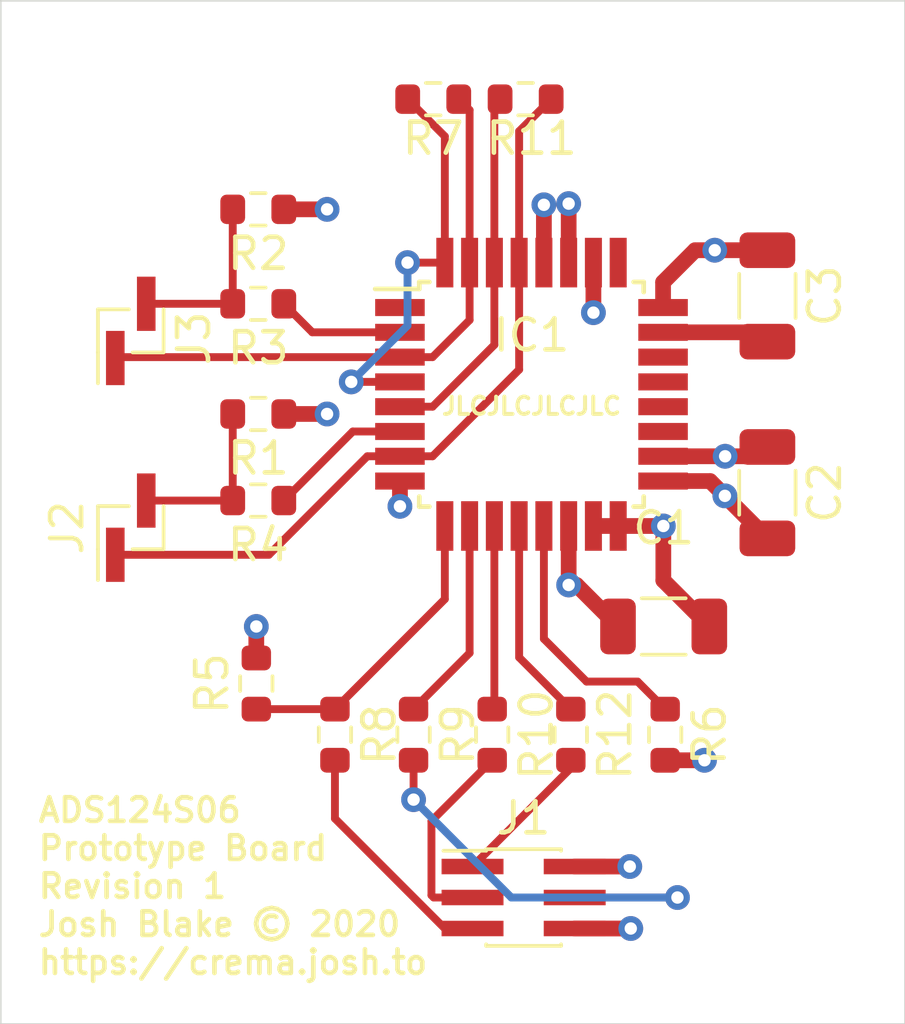
<source format=kicad_pcb>
(kicad_pcb (version 20171130) (host pcbnew "(5.1.7-0-10_14)")

  (general
    (thickness 1.6)
    (drawings 6)
    (tracks 126)
    (zones 0)
    (modules 19)
    (nets 21)
  )

  (page A4)
  (layers
    (0 F.Cu signal)
    (1 In1.Cu power)
    (2 In2.Cu power)
    (31 B.Cu signal)
    (32 B.Adhes user hide)
    (33 F.Adhes user hide)
    (34 B.Paste user hide)
    (35 F.Paste user hide)
    (36 B.SilkS user)
    (37 F.SilkS user)
    (38 B.Mask user)
    (39 F.Mask user)
    (40 Dwgs.User user)
    (41 Cmts.User user)
    (42 Eco1.User user)
    (43 Eco2.User user)
    (44 Edge.Cuts user)
    (45 Margin user)
    (46 B.CrtYd user)
    (47 F.CrtYd user)
    (48 B.Fab user)
    (49 F.Fab user)
  )

  (setup
    (last_trace_width 0.508)
    (user_trace_width 0.254)
    (user_trace_width 0.508)
    (user_trace_width 0.8)
    (user_trace_width 1.016)
    (trace_clearance 0.2)
    (zone_clearance 0.508)
    (zone_45_only no)
    (trace_min 0.2)
    (via_size 0.8)
    (via_drill 0.4)
    (via_min_size 0.4)
    (via_min_drill 0.3)
    (uvia_size 0.3)
    (uvia_drill 0.1)
    (uvias_allowed no)
    (uvia_min_size 0.2)
    (uvia_min_drill 0.1)
    (edge_width 0.05)
    (segment_width 0.2)
    (pcb_text_width 0.3)
    (pcb_text_size 1.5 1.5)
    (mod_edge_width 0.12)
    (mod_text_size 1 1)
    (mod_text_width 0.15)
    (pad_size 1.524 1.524)
    (pad_drill 0.762)
    (pad_to_mask_clearance 0)
    (aux_axis_origin 0 0)
    (visible_elements FFFFFF7F)
    (pcbplotparams
      (layerselection 0x010fc_ffffffff)
      (usegerberextensions false)
      (usegerberattributes true)
      (usegerberadvancedattributes true)
      (creategerberjobfile false)
      (excludeedgelayer true)
      (linewidth 0.100000)
      (plotframeref false)
      (viasonmask false)
      (mode 1)
      (useauxorigin false)
      (hpglpennumber 1)
      (hpglpenspeed 20)
      (hpglpendiameter 15.000000)
      (psnegative false)
      (psa4output false)
      (plotreference true)
      (plotvalue true)
      (plotinvisibletext false)
      (padsonsilk false)
      (subtractmaskfromsilk true)
      (outputformat 1)
      (mirror false)
      (drillshape 0)
      (scaleselection 1)
      (outputdirectory "gerber/"))
  )

  (net 0 "")
  (net 1 GND)
  (net 2 +3V3)
  (net 3 "Net-(C3-Pad2)")
  (net 4 "Net-(IC1-Pad32)")
  (net 5 RTD2P)
  (net 6 "Net-(IC1-Pad30)")
  (net 7 RTD1P)
  (net 8 "Net-(IC1-Pad12)")
  (net 9 "Net-(IC1-Pad11)")
  (net 10 "Net-(IC1-Pad10)")
  (net 11 "Net-(IC1-Pad9)")
  (net 12 "Net-(IC1-Pad6)")
  (net 13 "Net-(IC1-Pad2)")
  (net 14 SPI_CS)
  (net 15 SPI_MOSI)
  (net 16 SPI_CLK)
  (net 17 SPI_MISO)
  (net 18 RTD1N)
  (net 19 RTD2N)
  (net 20 EXTI_A2DRDY)

  (net_class Default "This is the default net class."
    (clearance 0.2)
    (trace_width 0.25)
    (via_dia 0.8)
    (via_drill 0.4)
    (uvia_dia 0.3)
    (uvia_drill 0.1)
    (add_net +3V3)
    (add_net EXTI_A2DRDY)
    (add_net GND)
    (add_net "Net-(C3-Pad2)")
    (add_net "Net-(IC1-Pad10)")
    (add_net "Net-(IC1-Pad11)")
    (add_net "Net-(IC1-Pad12)")
    (add_net "Net-(IC1-Pad2)")
    (add_net "Net-(IC1-Pad30)")
    (add_net "Net-(IC1-Pad32)")
    (add_net "Net-(IC1-Pad6)")
    (add_net "Net-(IC1-Pad9)")
    (add_net RTD1N)
    (add_net RTD1P)
    (add_net RTD2N)
    (add_net RTD2P)
    (add_net SPI_CLK)
    (add_net SPI_CS)
    (add_net SPI_MISO)
    (add_net SPI_MOSI)
  )

  (module Resistor_SMD:R_0603_1608Metric (layer F.Cu) (tedit 5F68FEEE) (tstamp 5FBE4607)
    (at 128.27 91.63 270)
    (descr "Resistor SMD 0603 (1608 Metric), square (rectangular) end terminal, IPC_7351 nominal, (Body size source: IPC-SM-782 page 72, https://www.pcb-3d.com/wordpress/wp-content/uploads/ipc-sm-782a_amendment_1_and_2.pdf), generated with kicad-footprint-generator")
    (tags resistor)
    (path /5FC58E9B)
    (attr smd)
    (fp_text reference R12 (at 0 -1.43 90) (layer F.SilkS)
      (effects (font (size 1 1) (thickness 0.15)))
    )
    (fp_text value 47R (at 0 1.43 90) (layer F.Fab)
      (effects (font (size 1 1) (thickness 0.15)))
    )
    (fp_text user %R (at 0 0 90) (layer F.Fab)
      (effects (font (size 0.4 0.4) (thickness 0.06)))
    )
    (fp_line (start -0.8 0.4125) (end -0.8 -0.4125) (layer F.Fab) (width 0.1))
    (fp_line (start -0.8 -0.4125) (end 0.8 -0.4125) (layer F.Fab) (width 0.1))
    (fp_line (start 0.8 -0.4125) (end 0.8 0.4125) (layer F.Fab) (width 0.1))
    (fp_line (start 0.8 0.4125) (end -0.8 0.4125) (layer F.Fab) (width 0.1))
    (fp_line (start -0.237258 -0.5225) (end 0.237258 -0.5225) (layer F.SilkS) (width 0.12))
    (fp_line (start -0.237258 0.5225) (end 0.237258 0.5225) (layer F.SilkS) (width 0.12))
    (fp_line (start -1.48 0.73) (end -1.48 -0.73) (layer F.CrtYd) (width 0.05))
    (fp_line (start -1.48 -0.73) (end 1.48 -0.73) (layer F.CrtYd) (width 0.05))
    (fp_line (start 1.48 -0.73) (end 1.48 0.73) (layer F.CrtYd) (width 0.05))
    (fp_line (start 1.48 0.73) (end -1.48 0.73) (layer F.CrtYd) (width 0.05))
    (pad 2 smd roundrect (at 0.825 0 270) (size 0.8 0.95) (layers F.Cu F.Paste F.Mask) (roundrect_rratio 0.25)
      (net 17 SPI_MISO))
    (pad 1 smd roundrect (at -0.825 0 270) (size 0.8 0.95) (layers F.Cu F.Paste F.Mask) (roundrect_rratio 0.25)
      (net 8 "Net-(IC1-Pad12)"))
    (model ${KISYS3DMOD}/Resistor_SMD.3dshapes/R_0603_1608Metric.wrl
      (at (xyz 0 0 0))
      (scale (xyz 1 1 1))
      (rotate (xyz 0 0 0))
    )
  )

  (module Resistor_SMD:R_0603_1608Metric (layer F.Cu) (tedit 5F68FEEE) (tstamp 5FBE45F6)
    (at 126.81 71.12 180)
    (descr "Resistor SMD 0603 (1608 Metric), square (rectangular) end terminal, IPC_7351 nominal, (Body size source: IPC-SM-782 page 72, https://www.pcb-3d.com/wordpress/wp-content/uploads/ipc-sm-782a_amendment_1_and_2.pdf), generated with kicad-footprint-generator")
    (tags resistor)
    (path /5FC1ACF3)
    (attr smd)
    (fp_text reference R11 (at -0.19 -1.27) (layer F.SilkS)
      (effects (font (size 1 1) (thickness 0.15)))
    )
    (fp_text value 750R (at 0 1.43) (layer F.Fab)
      (effects (font (size 1 1) (thickness 0.15)))
    )
    (fp_text user %R (at 0 0) (layer F.Fab)
      (effects (font (size 0.4 0.4) (thickness 0.06)))
    )
    (fp_line (start -0.8 0.4125) (end -0.8 -0.4125) (layer F.Fab) (width 0.1))
    (fp_line (start -0.8 -0.4125) (end 0.8 -0.4125) (layer F.Fab) (width 0.1))
    (fp_line (start 0.8 -0.4125) (end 0.8 0.4125) (layer F.Fab) (width 0.1))
    (fp_line (start 0.8 0.4125) (end -0.8 0.4125) (layer F.Fab) (width 0.1))
    (fp_line (start -0.237258 -0.5225) (end 0.237258 -0.5225) (layer F.SilkS) (width 0.12))
    (fp_line (start -0.237258 0.5225) (end 0.237258 0.5225) (layer F.SilkS) (width 0.12))
    (fp_line (start -1.48 0.73) (end -1.48 -0.73) (layer F.CrtYd) (width 0.05))
    (fp_line (start -1.48 -0.73) (end 1.48 -0.73) (layer F.CrtYd) (width 0.05))
    (fp_line (start 1.48 -0.73) (end 1.48 0.73) (layer F.CrtYd) (width 0.05))
    (fp_line (start 1.48 0.73) (end -1.48 0.73) (layer F.CrtYd) (width 0.05))
    (pad 2 smd roundrect (at 0.825 0 180) (size 0.8 0.95) (layers F.Cu F.Paste F.Mask) (roundrect_rratio 0.25)
      (net 6 "Net-(IC1-Pad30)"))
    (pad 1 smd roundrect (at -0.825 0 180) (size 0.8 0.95) (layers F.Cu F.Paste F.Mask) (roundrect_rratio 0.25)
      (net 7 RTD1P))
    (model ${KISYS3DMOD}/Resistor_SMD.3dshapes/R_0603_1608Metric.wrl
      (at (xyz 0 0 0))
      (scale (xyz 1 1 1))
      (rotate (xyz 0 0 0))
    )
  )

  (module Resistor_SMD:R_0603_1608Metric (layer F.Cu) (tedit 5F68FEEE) (tstamp 5FBE45E5)
    (at 125.73 91.63 270)
    (descr "Resistor SMD 0603 (1608 Metric), square (rectangular) end terminal, IPC_7351 nominal, (Body size source: IPC-SM-782 page 72, https://www.pcb-3d.com/wordpress/wp-content/uploads/ipc-sm-782a_amendment_1_and_2.pdf), generated with kicad-footprint-generator")
    (tags resistor)
    (path /5FC59B52)
    (attr smd)
    (fp_text reference R10 (at 0 -1.43 90) (layer F.SilkS)
      (effects (font (size 1 1) (thickness 0.15)))
    )
    (fp_text value 47R (at 0 1.43 90) (layer F.Fab)
      (effects (font (size 1 1) (thickness 0.15)))
    )
    (fp_text user %R (at 0 0 90) (layer F.Fab)
      (effects (font (size 0.4 0.4) (thickness 0.06)))
    )
    (fp_line (start -0.8 0.4125) (end -0.8 -0.4125) (layer F.Fab) (width 0.1))
    (fp_line (start -0.8 -0.4125) (end 0.8 -0.4125) (layer F.Fab) (width 0.1))
    (fp_line (start 0.8 -0.4125) (end 0.8 0.4125) (layer F.Fab) (width 0.1))
    (fp_line (start 0.8 0.4125) (end -0.8 0.4125) (layer F.Fab) (width 0.1))
    (fp_line (start -0.237258 -0.5225) (end 0.237258 -0.5225) (layer F.SilkS) (width 0.12))
    (fp_line (start -0.237258 0.5225) (end 0.237258 0.5225) (layer F.SilkS) (width 0.12))
    (fp_line (start -1.48 0.73) (end -1.48 -0.73) (layer F.CrtYd) (width 0.05))
    (fp_line (start -1.48 -0.73) (end 1.48 -0.73) (layer F.CrtYd) (width 0.05))
    (fp_line (start 1.48 -0.73) (end 1.48 0.73) (layer F.CrtYd) (width 0.05))
    (fp_line (start 1.48 0.73) (end -1.48 0.73) (layer F.CrtYd) (width 0.05))
    (pad 2 smd roundrect (at 0.825 0 270) (size 0.8 0.95) (layers F.Cu F.Paste F.Mask) (roundrect_rratio 0.25)
      (net 16 SPI_CLK))
    (pad 1 smd roundrect (at -0.825 0 270) (size 0.8 0.95) (layers F.Cu F.Paste F.Mask) (roundrect_rratio 0.25)
      (net 9 "Net-(IC1-Pad11)"))
    (model ${KISYS3DMOD}/Resistor_SMD.3dshapes/R_0603_1608Metric.wrl
      (at (xyz 0 0 0))
      (scale (xyz 1 1 1))
      (rotate (xyz 0 0 0))
    )
  )

  (module Resistor_SMD:R_0603_1608Metric (layer F.Cu) (tedit 5F68FEEE) (tstamp 5FBE45D4)
    (at 123.19 91.63 270)
    (descr "Resistor SMD 0603 (1608 Metric), square (rectangular) end terminal, IPC_7351 nominal, (Body size source: IPC-SM-782 page 72, https://www.pcb-3d.com/wordpress/wp-content/uploads/ipc-sm-782a_amendment_1_and_2.pdf), generated with kicad-footprint-generator")
    (tags resistor)
    (path /5FC5A92A)
    (attr smd)
    (fp_text reference R9 (at 0 -1.43 90) (layer F.SilkS)
      (effects (font (size 1 1) (thickness 0.15)))
    )
    (fp_text value 47R (at 0 1.43 90) (layer F.Fab)
      (effects (font (size 1 1) (thickness 0.15)))
    )
    (fp_text user %R (at 0 0 90) (layer F.Fab)
      (effects (font (size 0.4 0.4) (thickness 0.06)))
    )
    (fp_line (start -0.8 0.4125) (end -0.8 -0.4125) (layer F.Fab) (width 0.1))
    (fp_line (start -0.8 -0.4125) (end 0.8 -0.4125) (layer F.Fab) (width 0.1))
    (fp_line (start 0.8 -0.4125) (end 0.8 0.4125) (layer F.Fab) (width 0.1))
    (fp_line (start 0.8 0.4125) (end -0.8 0.4125) (layer F.Fab) (width 0.1))
    (fp_line (start -0.237258 -0.5225) (end 0.237258 -0.5225) (layer F.SilkS) (width 0.12))
    (fp_line (start -0.237258 0.5225) (end 0.237258 0.5225) (layer F.SilkS) (width 0.12))
    (fp_line (start -1.48 0.73) (end -1.48 -0.73) (layer F.CrtYd) (width 0.05))
    (fp_line (start -1.48 -0.73) (end 1.48 -0.73) (layer F.CrtYd) (width 0.05))
    (fp_line (start 1.48 -0.73) (end 1.48 0.73) (layer F.CrtYd) (width 0.05))
    (fp_line (start 1.48 0.73) (end -1.48 0.73) (layer F.CrtYd) (width 0.05))
    (pad 2 smd roundrect (at 0.825 0 270) (size 0.8 0.95) (layers F.Cu F.Paste F.Mask) (roundrect_rratio 0.25)
      (net 15 SPI_MOSI))
    (pad 1 smd roundrect (at -0.825 0 270) (size 0.8 0.95) (layers F.Cu F.Paste F.Mask) (roundrect_rratio 0.25)
      (net 10 "Net-(IC1-Pad10)"))
    (model ${KISYS3DMOD}/Resistor_SMD.3dshapes/R_0603_1608Metric.wrl
      (at (xyz 0 0 0))
      (scale (xyz 1 1 1))
      (rotate (xyz 0 0 0))
    )
  )

  (module Resistor_SMD:R_0603_1608Metric (layer F.Cu) (tedit 5F68FEEE) (tstamp 5FBE45C3)
    (at 120.65 91.63 270)
    (descr "Resistor SMD 0603 (1608 Metric), square (rectangular) end terminal, IPC_7351 nominal, (Body size source: IPC-SM-782 page 72, https://www.pcb-3d.com/wordpress/wp-content/uploads/ipc-sm-782a_amendment_1_and_2.pdf), generated with kicad-footprint-generator")
    (tags resistor)
    (path /5FC5B67F)
    (attr smd)
    (fp_text reference R8 (at 0 -1.43 90) (layer F.SilkS)
      (effects (font (size 1 1) (thickness 0.15)))
    )
    (fp_text value 47R (at 0 1.43 90) (layer F.Fab)
      (effects (font (size 1 1) (thickness 0.15)))
    )
    (fp_text user %R (at 0 0 90) (layer F.Fab)
      (effects (font (size 0.4 0.4) (thickness 0.06)))
    )
    (fp_line (start -0.8 0.4125) (end -0.8 -0.4125) (layer F.Fab) (width 0.1))
    (fp_line (start -0.8 -0.4125) (end 0.8 -0.4125) (layer F.Fab) (width 0.1))
    (fp_line (start 0.8 -0.4125) (end 0.8 0.4125) (layer F.Fab) (width 0.1))
    (fp_line (start 0.8 0.4125) (end -0.8 0.4125) (layer F.Fab) (width 0.1))
    (fp_line (start -0.237258 -0.5225) (end 0.237258 -0.5225) (layer F.SilkS) (width 0.12))
    (fp_line (start -0.237258 0.5225) (end 0.237258 0.5225) (layer F.SilkS) (width 0.12))
    (fp_line (start -1.48 0.73) (end -1.48 -0.73) (layer F.CrtYd) (width 0.05))
    (fp_line (start -1.48 -0.73) (end 1.48 -0.73) (layer F.CrtYd) (width 0.05))
    (fp_line (start 1.48 -0.73) (end 1.48 0.73) (layer F.CrtYd) (width 0.05))
    (fp_line (start 1.48 0.73) (end -1.48 0.73) (layer F.CrtYd) (width 0.05))
    (pad 2 smd roundrect (at 0.825 0 270) (size 0.8 0.95) (layers F.Cu F.Paste F.Mask) (roundrect_rratio 0.25)
      (net 14 SPI_CS))
    (pad 1 smd roundrect (at -0.825 0 270) (size 0.8 0.95) (layers F.Cu F.Paste F.Mask) (roundrect_rratio 0.25)
      (net 11 "Net-(IC1-Pad9)"))
    (model ${KISYS3DMOD}/Resistor_SMD.3dshapes/R_0603_1608Metric.wrl
      (at (xyz 0 0 0))
      (scale (xyz 1 1 1))
      (rotate (xyz 0 0 0))
    )
  )

  (module Resistor_SMD:R_0603_1608Metric (layer F.Cu) (tedit 5F68FEEE) (tstamp 5FBE45B2)
    (at 123.825 71.12 180)
    (descr "Resistor SMD 0603 (1608 Metric), square (rectangular) end terminal, IPC_7351 nominal, (Body size source: IPC-SM-782 page 72, https://www.pcb-3d.com/wordpress/wp-content/uploads/ipc-sm-782a_amendment_1_and_2.pdf), generated with kicad-footprint-generator")
    (tags resistor)
    (path /5FC2CCDC)
    (attr smd)
    (fp_text reference R7 (at 0 -1.27) (layer F.SilkS)
      (effects (font (size 1 1) (thickness 0.15)))
    )
    (fp_text value 750R (at 0 1.43) (layer F.Fab)
      (effects (font (size 1 1) (thickness 0.15)))
    )
    (fp_text user %R (at 0 0) (layer F.Fab)
      (effects (font (size 0.4 0.4) (thickness 0.06)))
    )
    (fp_line (start -0.8 0.4125) (end -0.8 -0.4125) (layer F.Fab) (width 0.1))
    (fp_line (start -0.8 -0.4125) (end 0.8 -0.4125) (layer F.Fab) (width 0.1))
    (fp_line (start 0.8 -0.4125) (end 0.8 0.4125) (layer F.Fab) (width 0.1))
    (fp_line (start 0.8 0.4125) (end -0.8 0.4125) (layer F.Fab) (width 0.1))
    (fp_line (start -0.237258 -0.5225) (end 0.237258 -0.5225) (layer F.SilkS) (width 0.12))
    (fp_line (start -0.237258 0.5225) (end 0.237258 0.5225) (layer F.SilkS) (width 0.12))
    (fp_line (start -1.48 0.73) (end -1.48 -0.73) (layer F.CrtYd) (width 0.05))
    (fp_line (start -1.48 -0.73) (end 1.48 -0.73) (layer F.CrtYd) (width 0.05))
    (fp_line (start 1.48 -0.73) (end 1.48 0.73) (layer F.CrtYd) (width 0.05))
    (fp_line (start 1.48 0.73) (end -1.48 0.73) (layer F.CrtYd) (width 0.05))
    (pad 2 smd roundrect (at 0.825 0 180) (size 0.8 0.95) (layers F.Cu F.Paste F.Mask) (roundrect_rratio 0.25)
      (net 4 "Net-(IC1-Pad32)"))
    (pad 1 smd roundrect (at -0.825 0 180) (size 0.8 0.95) (layers F.Cu F.Paste F.Mask) (roundrect_rratio 0.25)
      (net 5 RTD2P))
    (model ${KISYS3DMOD}/Resistor_SMD.3dshapes/R_0603_1608Metric.wrl
      (at (xyz 0 0 0))
      (scale (xyz 1 1 1))
      (rotate (xyz 0 0 0))
    )
  )

  (module Resistor_SMD:R_0603_1608Metric (layer F.Cu) (tedit 5F68FEEE) (tstamp 5FBE45A1)
    (at 131.318 91.631 270)
    (descr "Resistor SMD 0603 (1608 Metric), square (rectangular) end terminal, IPC_7351 nominal, (Body size source: IPC-SM-782 page 72, https://www.pcb-3d.com/wordpress/wp-content/uploads/ipc-sm-782a_amendment_1_and_2.pdf), generated with kicad-footprint-generator")
    (tags resistor)
    (path /5FC67DA6)
    (attr smd)
    (fp_text reference R6 (at 0 -1.43 90) (layer F.SilkS)
      (effects (font (size 1 1) (thickness 0.15)))
    )
    (fp_text value 22K (at 0 1.43 90) (layer F.Fab)
      (effects (font (size 1 1) (thickness 0.15)))
    )
    (fp_text user %R (at 0 0 90) (layer F.Fab)
      (effects (font (size 0.4 0.4) (thickness 0.06)))
    )
    (fp_line (start -0.8 0.4125) (end -0.8 -0.4125) (layer F.Fab) (width 0.1))
    (fp_line (start -0.8 -0.4125) (end 0.8 -0.4125) (layer F.Fab) (width 0.1))
    (fp_line (start 0.8 -0.4125) (end 0.8 0.4125) (layer F.Fab) (width 0.1))
    (fp_line (start 0.8 0.4125) (end -0.8 0.4125) (layer F.Fab) (width 0.1))
    (fp_line (start -0.237258 -0.5225) (end 0.237258 -0.5225) (layer F.SilkS) (width 0.12))
    (fp_line (start -0.237258 0.5225) (end 0.237258 0.5225) (layer F.SilkS) (width 0.12))
    (fp_line (start -1.48 0.73) (end -1.48 -0.73) (layer F.CrtYd) (width 0.05))
    (fp_line (start -1.48 -0.73) (end 1.48 -0.73) (layer F.CrtYd) (width 0.05))
    (fp_line (start 1.48 -0.73) (end 1.48 0.73) (layer F.CrtYd) (width 0.05))
    (fp_line (start 1.48 0.73) (end -1.48 0.73) (layer F.CrtYd) (width 0.05))
    (pad 2 smd roundrect (at 0.825 0 270) (size 0.8 0.95) (layers F.Cu F.Paste F.Mask) (roundrect_rratio 0.25)
      (net 2 +3V3))
    (pad 1 smd roundrect (at -0.825 0 270) (size 0.8 0.95) (layers F.Cu F.Paste F.Mask) (roundrect_rratio 0.25)
      (net 20 EXTI_A2DRDY))
    (model ${KISYS3DMOD}/Resistor_SMD.3dshapes/R_0603_1608Metric.wrl
      (at (xyz 0 0 0))
      (scale (xyz 1 1 1))
      (rotate (xyz 0 0 0))
    )
  )

  (module Resistor_SMD:R_0603_1608Metric (layer F.Cu) (tedit 5F68FEEE) (tstamp 5FBE4590)
    (at 118.11 89.98 90)
    (descr "Resistor SMD 0603 (1608 Metric), square (rectangular) end terminal, IPC_7351 nominal, (Body size source: IPC-SM-782 page 72, https://www.pcb-3d.com/wordpress/wp-content/uploads/ipc-sm-782a_amendment_1_and_2.pdf), generated with kicad-footprint-generator")
    (tags resistor)
    (path /5FC62C3E)
    (attr smd)
    (fp_text reference R5 (at 0 -1.43 90) (layer F.SilkS)
      (effects (font (size 1 1) (thickness 0.15)))
    )
    (fp_text value 22K (at 0.064 -1.397 90) (layer F.Fab)
      (effects (font (size 1 1) (thickness 0.15)))
    )
    (fp_text user %R (at 0 0 90) (layer F.Fab)
      (effects (font (size 0.4 0.4) (thickness 0.06)))
    )
    (fp_line (start -0.8 0.4125) (end -0.8 -0.4125) (layer F.Fab) (width 0.1))
    (fp_line (start -0.8 -0.4125) (end 0.8 -0.4125) (layer F.Fab) (width 0.1))
    (fp_line (start 0.8 -0.4125) (end 0.8 0.4125) (layer F.Fab) (width 0.1))
    (fp_line (start 0.8 0.4125) (end -0.8 0.4125) (layer F.Fab) (width 0.1))
    (fp_line (start -0.237258 -0.5225) (end 0.237258 -0.5225) (layer F.SilkS) (width 0.12))
    (fp_line (start -0.237258 0.5225) (end 0.237258 0.5225) (layer F.SilkS) (width 0.12))
    (fp_line (start -1.48 0.73) (end -1.48 -0.73) (layer F.CrtYd) (width 0.05))
    (fp_line (start -1.48 -0.73) (end 1.48 -0.73) (layer F.CrtYd) (width 0.05))
    (fp_line (start 1.48 -0.73) (end 1.48 0.73) (layer F.CrtYd) (width 0.05))
    (fp_line (start 1.48 0.73) (end -1.48 0.73) (layer F.CrtYd) (width 0.05))
    (pad 2 smd roundrect (at 0.825 0 90) (size 0.8 0.95) (layers F.Cu F.Paste F.Mask) (roundrect_rratio 0.25)
      (net 2 +3V3))
    (pad 1 smd roundrect (at -0.825 0 90) (size 0.8 0.95) (layers F.Cu F.Paste F.Mask) (roundrect_rratio 0.25)
      (net 11 "Net-(IC1-Pad9)"))
    (model ${KISYS3DMOD}/Resistor_SMD.3dshapes/R_0603_1608Metric.wrl
      (at (xyz 0 0 0))
      (scale (xyz 1 1 1))
      (rotate (xyz 0 0 0))
    )
  )

  (module Resistor_SMD:R_0603_1608Metric (layer F.Cu) (tedit 5F68FEEE) (tstamp 5FBE457F)
    (at 118.173 84.074 180)
    (descr "Resistor SMD 0603 (1608 Metric), square (rectangular) end terminal, IPC_7351 nominal, (Body size source: IPC-SM-782 page 72, https://www.pcb-3d.com/wordpress/wp-content/uploads/ipc-sm-782a_amendment_1_and_2.pdf), generated with kicad-footprint-generator")
    (tags resistor)
    (path /5FC2240D)
    (attr smd)
    (fp_text reference R4 (at 0 -1.43) (layer F.SilkS)
      (effects (font (size 1 1) (thickness 0.15)))
    )
    (fp_text value 130R (at 0 -1.778) (layer F.Fab)
      (effects (font (size 1 1) (thickness 0.15)))
    )
    (fp_text user %R (at 0 0) (layer F.Fab)
      (effects (font (size 0.4 0.4) (thickness 0.06)))
    )
    (fp_line (start -0.8 0.4125) (end -0.8 -0.4125) (layer F.Fab) (width 0.1))
    (fp_line (start -0.8 -0.4125) (end 0.8 -0.4125) (layer F.Fab) (width 0.1))
    (fp_line (start 0.8 -0.4125) (end 0.8 0.4125) (layer F.Fab) (width 0.1))
    (fp_line (start 0.8 0.4125) (end -0.8 0.4125) (layer F.Fab) (width 0.1))
    (fp_line (start -0.237258 -0.5225) (end 0.237258 -0.5225) (layer F.SilkS) (width 0.12))
    (fp_line (start -0.237258 0.5225) (end 0.237258 0.5225) (layer F.SilkS) (width 0.12))
    (fp_line (start -1.48 0.73) (end -1.48 -0.73) (layer F.CrtYd) (width 0.05))
    (fp_line (start -1.48 -0.73) (end 1.48 -0.73) (layer F.CrtYd) (width 0.05))
    (fp_line (start 1.48 -0.73) (end 1.48 0.73) (layer F.CrtYd) (width 0.05))
    (fp_line (start 1.48 0.73) (end -1.48 0.73) (layer F.CrtYd) (width 0.05))
    (pad 2 smd roundrect (at 0.825 0 180) (size 0.8 0.95) (layers F.Cu F.Paste F.Mask) (roundrect_rratio 0.25)
      (net 18 RTD1N))
    (pad 1 smd roundrect (at -0.825 0 180) (size 0.8 0.95) (layers F.Cu F.Paste F.Mask) (roundrect_rratio 0.25)
      (net 12 "Net-(IC1-Pad6)"))
    (model ${KISYS3DMOD}/Resistor_SMD.3dshapes/R_0603_1608Metric.wrl
      (at (xyz 0 0 0))
      (scale (xyz 1 1 1))
      (rotate (xyz 0 0 0))
    )
  )

  (module Resistor_SMD:R_0603_1608Metric (layer F.Cu) (tedit 5F68FEEE) (tstamp 5FBE456E)
    (at 118.173 77.724 180)
    (descr "Resistor SMD 0603 (1608 Metric), square (rectangular) end terminal, IPC_7351 nominal, (Body size source: IPC-SM-782 page 72, https://www.pcb-3d.com/wordpress/wp-content/uploads/ipc-sm-782a_amendment_1_and_2.pdf), generated with kicad-footprint-generator")
    (tags resistor)
    (path /5FC3E49B)
    (attr smd)
    (fp_text reference R3 (at 0 -1.43) (layer F.SilkS)
      (effects (font (size 1 1) (thickness 0.15)))
    )
    (fp_text value 130R (at 0 1.43) (layer F.Fab)
      (effects (font (size 1 1) (thickness 0.15)))
    )
    (fp_text user %R (at 0 0) (layer F.Fab)
      (effects (font (size 0.4 0.4) (thickness 0.06)))
    )
    (fp_line (start -0.8 0.4125) (end -0.8 -0.4125) (layer F.Fab) (width 0.1))
    (fp_line (start -0.8 -0.4125) (end 0.8 -0.4125) (layer F.Fab) (width 0.1))
    (fp_line (start 0.8 -0.4125) (end 0.8 0.4125) (layer F.Fab) (width 0.1))
    (fp_line (start 0.8 0.4125) (end -0.8 0.4125) (layer F.Fab) (width 0.1))
    (fp_line (start -0.237258 -0.5225) (end 0.237258 -0.5225) (layer F.SilkS) (width 0.12))
    (fp_line (start -0.237258 0.5225) (end 0.237258 0.5225) (layer F.SilkS) (width 0.12))
    (fp_line (start -1.48 0.73) (end -1.48 -0.73) (layer F.CrtYd) (width 0.05))
    (fp_line (start -1.48 -0.73) (end 1.48 -0.73) (layer F.CrtYd) (width 0.05))
    (fp_line (start 1.48 -0.73) (end 1.48 0.73) (layer F.CrtYd) (width 0.05))
    (fp_line (start 1.48 0.73) (end -1.48 0.73) (layer F.CrtYd) (width 0.05))
    (pad 2 smd roundrect (at 0.825 0 180) (size 0.8 0.95) (layers F.Cu F.Paste F.Mask) (roundrect_rratio 0.25)
      (net 19 RTD2N))
    (pad 1 smd roundrect (at -0.825 0 180) (size 0.8 0.95) (layers F.Cu F.Paste F.Mask) (roundrect_rratio 0.25)
      (net 13 "Net-(IC1-Pad2)"))
    (model ${KISYS3DMOD}/Resistor_SMD.3dshapes/R_0603_1608Metric.wrl
      (at (xyz 0 0 0))
      (scale (xyz 1 1 1))
      (rotate (xyz 0 0 0))
    )
  )

  (module Resistor_SMD:R_0603_1608Metric (layer F.Cu) (tedit 5F68FEEE) (tstamp 5FBE455D)
    (at 118.173 74.676 180)
    (descr "Resistor SMD 0603 (1608 Metric), square (rectangular) end terminal, IPC_7351 nominal, (Body size source: IPC-SM-782 page 72, https://www.pcb-3d.com/wordpress/wp-content/uploads/ipc-sm-782a_amendment_1_and_2.pdf), generated with kicad-footprint-generator")
    (tags resistor)
    (path /5FC3DB3E)
    (attr smd)
    (fp_text reference R2 (at 0 -1.43) (layer F.SilkS)
      (effects (font (size 1 1) (thickness 0.15)))
    )
    (fp_text value 100R (at 0 1.43) (layer F.Fab)
      (effects (font (size 1 1) (thickness 0.15)))
    )
    (fp_text user %R (at 0 0) (layer F.Fab)
      (effects (font (size 0.4 0.4) (thickness 0.06)))
    )
    (fp_line (start -0.8 0.4125) (end -0.8 -0.4125) (layer F.Fab) (width 0.1))
    (fp_line (start -0.8 -0.4125) (end 0.8 -0.4125) (layer F.Fab) (width 0.1))
    (fp_line (start 0.8 -0.4125) (end 0.8 0.4125) (layer F.Fab) (width 0.1))
    (fp_line (start 0.8 0.4125) (end -0.8 0.4125) (layer F.Fab) (width 0.1))
    (fp_line (start -0.237258 -0.5225) (end 0.237258 -0.5225) (layer F.SilkS) (width 0.12))
    (fp_line (start -0.237258 0.5225) (end 0.237258 0.5225) (layer F.SilkS) (width 0.12))
    (fp_line (start -1.48 0.73) (end -1.48 -0.73) (layer F.CrtYd) (width 0.05))
    (fp_line (start -1.48 -0.73) (end 1.48 -0.73) (layer F.CrtYd) (width 0.05))
    (fp_line (start 1.48 -0.73) (end 1.48 0.73) (layer F.CrtYd) (width 0.05))
    (fp_line (start 1.48 0.73) (end -1.48 0.73) (layer F.CrtYd) (width 0.05))
    (pad 2 smd roundrect (at 0.825 0 180) (size 0.8 0.95) (layers F.Cu F.Paste F.Mask) (roundrect_rratio 0.25)
      (net 19 RTD2N))
    (pad 1 smd roundrect (at -0.825 0 180) (size 0.8 0.95) (layers F.Cu F.Paste F.Mask) (roundrect_rratio 0.25)
      (net 1 GND))
    (model ${KISYS3DMOD}/Resistor_SMD.3dshapes/R_0603_1608Metric.wrl
      (at (xyz 0 0 0))
      (scale (xyz 1 1 1))
      (rotate (xyz 0 0 0))
    )
  )

  (module Resistor_SMD:R_0603_1608Metric (layer F.Cu) (tedit 5F68FEEE) (tstamp 5FBE454C)
    (at 118.173 81.28 180)
    (descr "Resistor SMD 0603 (1608 Metric), square (rectangular) end terminal, IPC_7351 nominal, (Body size source: IPC-SM-782 page 72, https://www.pcb-3d.com/wordpress/wp-content/uploads/ipc-sm-782a_amendment_1_and_2.pdf), generated with kicad-footprint-generator")
    (tags resistor)
    (path /5FC2939F)
    (attr smd)
    (fp_text reference R1 (at 0 -1.43) (layer F.SilkS)
      (effects (font (size 1 1) (thickness 0.15)))
    )
    (fp_text value 100R (at -0.063 -1.27) (layer F.Fab)
      (effects (font (size 1 1) (thickness 0.15)))
    )
    (fp_text user %R (at 0 0) (layer F.Fab)
      (effects (font (size 0.4 0.4) (thickness 0.06)))
    )
    (fp_line (start -0.8 0.4125) (end -0.8 -0.4125) (layer F.Fab) (width 0.1))
    (fp_line (start -0.8 -0.4125) (end 0.8 -0.4125) (layer F.Fab) (width 0.1))
    (fp_line (start 0.8 -0.4125) (end 0.8 0.4125) (layer F.Fab) (width 0.1))
    (fp_line (start 0.8 0.4125) (end -0.8 0.4125) (layer F.Fab) (width 0.1))
    (fp_line (start -0.237258 -0.5225) (end 0.237258 -0.5225) (layer F.SilkS) (width 0.12))
    (fp_line (start -0.237258 0.5225) (end 0.237258 0.5225) (layer F.SilkS) (width 0.12))
    (fp_line (start -1.48 0.73) (end -1.48 -0.73) (layer F.CrtYd) (width 0.05))
    (fp_line (start -1.48 -0.73) (end 1.48 -0.73) (layer F.CrtYd) (width 0.05))
    (fp_line (start 1.48 -0.73) (end 1.48 0.73) (layer F.CrtYd) (width 0.05))
    (fp_line (start 1.48 0.73) (end -1.48 0.73) (layer F.CrtYd) (width 0.05))
    (pad 2 smd roundrect (at 0.825 0 180) (size 0.8 0.95) (layers F.Cu F.Paste F.Mask) (roundrect_rratio 0.25)
      (net 18 RTD1N))
    (pad 1 smd roundrect (at -0.825 0 180) (size 0.8 0.95) (layers F.Cu F.Paste F.Mask) (roundrect_rratio 0.25)
      (net 1 GND))
    (model ${KISYS3DMOD}/Resistor_SMD.3dshapes/R_0603_1608Metric.wrl
      (at (xyz 0 0 0))
      (scale (xyz 1 1 1))
      (rotate (xyz 0 0 0))
    )
  )

  (module Connector_PinHeader_1.00mm:PinHeader_1x02_P1.00mm_Vertical_SMD_Pin1Left (layer F.Cu) (tedit 59FED738) (tstamp 5FBE453B)
    (at 114.054 78.599 90)
    (descr "surface-mounted straight pin header, 1x02, 1.00mm pitch, single row, style 1 (pin 1 left)")
    (tags "Surface mounted pin header SMD 1x02 1.00mm single row style1 pin1 left")
    (path /5FC8D96A)
    (attr smd)
    (fp_text reference J3 (at -0.24 2.04 90) (layer F.SilkS)
      (effects (font (size 1 1) (thickness 0.15)))
    )
    (fp_text value RTD2 (at -0.113 -2.278 90) (layer F.Fab)
      (effects (font (size 1 1) (thickness 0.15)))
    )
    (fp_text user %R (at 0 0) (layer F.Fab)
      (effects (font (size 1 1) (thickness 0.15)))
    )
    (fp_line (start 0.635 1) (end -0.635 1) (layer F.Fab) (width 0.1))
    (fp_line (start -0.285 -1) (end 0.635 -1) (layer F.Fab) (width 0.1))
    (fp_line (start -0.635 1) (end -0.635 -0.65) (layer F.Fab) (width 0.1))
    (fp_line (start -0.635 -0.65) (end -0.285 -1) (layer F.Fab) (width 0.1))
    (fp_line (start 0.635 -1) (end 0.635 1) (layer F.Fab) (width 0.1))
    (fp_line (start -0.635 -0.65) (end -1.25 -0.65) (layer F.Fab) (width 0.1))
    (fp_line (start -1.25 -0.65) (end -1.25 -0.35) (layer F.Fab) (width 0.1))
    (fp_line (start -1.25 -0.35) (end -0.635 -0.35) (layer F.Fab) (width 0.1))
    (fp_line (start 0.635 0.35) (end 1.25 0.35) (layer F.Fab) (width 0.1))
    (fp_line (start 1.25 0.35) (end 1.25 0.65) (layer F.Fab) (width 0.1))
    (fp_line (start 1.25 0.65) (end 0.635 0.65) (layer F.Fab) (width 0.1))
    (fp_line (start -0.695 -1.06) (end 0.695 -1.06) (layer F.SilkS) (width 0.12))
    (fp_line (start -0.695 1.06) (end 0.695 1.06) (layer F.SilkS) (width 0.12))
    (fp_line (start -0.695 -1.06) (end -1.69 -1.06) (layer F.SilkS) (width 0.12))
    (fp_line (start -0.695 -1.06) (end -0.695 -1.06) (layer F.SilkS) (width 0.12))
    (fp_line (start 0.695 1.06) (end 0.695 1.06) (layer F.SilkS) (width 0.12))
    (fp_line (start 0.695 -1.06) (end 0.695 -0.06) (layer F.SilkS) (width 0.12))
    (fp_line (start -0.695 0.06) (end -0.695 1.06) (layer F.SilkS) (width 0.12))
    (fp_line (start -2.25 -1.5) (end -2.25 1.5) (layer F.CrtYd) (width 0.05))
    (fp_line (start -2.25 1.5) (end 2.25 1.5) (layer F.CrtYd) (width 0.05))
    (fp_line (start 2.25 1.5) (end 2.25 -1.5) (layer F.CrtYd) (width 0.05))
    (fp_line (start 2.25 -1.5) (end -2.25 -1.5) (layer F.CrtYd) (width 0.05))
    (pad 2 smd rect (at 0.875 0.5 90) (size 1.75 0.6) (layers F.Cu F.Paste F.Mask)
      (net 19 RTD2N))
    (pad 1 smd rect (at -0.875 -0.5 90) (size 1.75 0.6) (layers F.Cu F.Paste F.Mask)
      (net 5 RTD2P))
    (model ${KISYS3DMOD}/Connector_PinHeader_1.00mm.3dshapes/PinHeader_1x02_P1.00mm_Vertical_SMD_Pin1Left.wrl
      (at (xyz 0 0 0))
      (scale (xyz 1 1 1))
      (rotate (xyz 0 0 0))
    )
  )

  (module Connector_PinHeader_1.00mm:PinHeader_1x02_P1.00mm_Vertical_SMD_Pin1Left (layer F.Cu) (tedit 59FED738) (tstamp 5FBE451E)
    (at 114.054 84.949 90)
    (descr "surface-mounted straight pin header, 1x02, 1.00mm pitch, single row, style 1 (pin 1 left)")
    (tags "Surface mounted pin header SMD 1x02 1.00mm single row style1 pin1 left")
    (path /5FC8BB90)
    (attr smd)
    (fp_text reference J2 (at 0 -2.06 90) (layer F.SilkS)
      (effects (font (size 1 1) (thickness 0.15)))
    )
    (fp_text value RTD1 (at 0.113 -2.286 90) (layer F.Fab)
      (effects (font (size 1 1) (thickness 0.15)))
    )
    (fp_text user %R (at 0 0) (layer F.Fab)
      (effects (font (size 1 1) (thickness 0.15)))
    )
    (fp_line (start 0.635 1) (end -0.635 1) (layer F.Fab) (width 0.1))
    (fp_line (start -0.285 -1) (end 0.635 -1) (layer F.Fab) (width 0.1))
    (fp_line (start -0.635 1) (end -0.635 -0.65) (layer F.Fab) (width 0.1))
    (fp_line (start -0.635 -0.65) (end -0.285 -1) (layer F.Fab) (width 0.1))
    (fp_line (start 0.635 -1) (end 0.635 1) (layer F.Fab) (width 0.1))
    (fp_line (start -0.635 -0.65) (end -1.25 -0.65) (layer F.Fab) (width 0.1))
    (fp_line (start -1.25 -0.65) (end -1.25 -0.35) (layer F.Fab) (width 0.1))
    (fp_line (start -1.25 -0.35) (end -0.635 -0.35) (layer F.Fab) (width 0.1))
    (fp_line (start 0.635 0.35) (end 1.25 0.35) (layer F.Fab) (width 0.1))
    (fp_line (start 1.25 0.35) (end 1.25 0.65) (layer F.Fab) (width 0.1))
    (fp_line (start 1.25 0.65) (end 0.635 0.65) (layer F.Fab) (width 0.1))
    (fp_line (start -0.695 -1.06) (end 0.695 -1.06) (layer F.SilkS) (width 0.12))
    (fp_line (start -0.695 1.06) (end 0.695 1.06) (layer F.SilkS) (width 0.12))
    (fp_line (start -0.695 -1.06) (end -1.69 -1.06) (layer F.SilkS) (width 0.12))
    (fp_line (start -0.695 -1.06) (end -0.695 -1.06) (layer F.SilkS) (width 0.12))
    (fp_line (start 0.695 1.06) (end 0.695 1.06) (layer F.SilkS) (width 0.12))
    (fp_line (start 0.695 -1.06) (end 0.695 -0.06) (layer F.SilkS) (width 0.12))
    (fp_line (start -0.695 0.06) (end -0.695 1.06) (layer F.SilkS) (width 0.12))
    (fp_line (start -2.25 -1.5) (end -2.25 1.5) (layer F.CrtYd) (width 0.05))
    (fp_line (start -2.25 1.5) (end 2.25 1.5) (layer F.CrtYd) (width 0.05))
    (fp_line (start 2.25 1.5) (end 2.25 -1.5) (layer F.CrtYd) (width 0.05))
    (fp_line (start 2.25 -1.5) (end -2.25 -1.5) (layer F.CrtYd) (width 0.05))
    (pad 2 smd rect (at 0.875 0.5 90) (size 1.75 0.6) (layers F.Cu F.Paste F.Mask)
      (net 18 RTD1N))
    (pad 1 smd rect (at -0.875 -0.5 90) (size 1.75 0.6) (layers F.Cu F.Paste F.Mask)
      (net 7 RTD1P))
    (model ${KISYS3DMOD}/Connector_PinHeader_1.00mm.3dshapes/PinHeader_1x02_P1.00mm_Vertical_SMD_Pin1Left.wrl
      (at (xyz 0 0 0))
      (scale (xyz 1 1 1))
      (rotate (xyz 0 0 0))
    )
  )

  (module Connector_PinHeader_1.00mm:PinHeader_2x03_P1.00mm_Vertical_SMD (layer F.Cu) (tedit 59FED738) (tstamp 5FBE4501)
    (at 126.745 96.885)
    (descr "surface-mounted straight pin header, 2x03, 1.00mm pitch, double rows")
    (tags "Surface mounted pin header SMD 2x03 1.00mm double row")
    (path /5FC95DFC)
    (attr smd)
    (fp_text reference J1 (at 0 -2.56) (layer F.SilkS)
      (effects (font (size 1 1) (thickness 0.15)))
    )
    (fp_text value SPI (at 0 2.56) (layer F.Fab)
      (effects (font (size 1 1) (thickness 0.15)))
    )
    (fp_text user %R (at 0 0 90) (layer F.Fab)
      (effects (font (size 1 1) (thickness 0.15)))
    )
    (fp_line (start 1.15 1.5) (end -1.15 1.5) (layer F.Fab) (width 0.1))
    (fp_line (start -0.8 -1.5) (end 1.15 -1.5) (layer F.Fab) (width 0.1))
    (fp_line (start -1.15 1.5) (end -1.15 -1.15) (layer F.Fab) (width 0.1))
    (fp_line (start -1.15 -1.15) (end -0.8 -1.5) (layer F.Fab) (width 0.1))
    (fp_line (start 1.15 -1.5) (end 1.15 1.5) (layer F.Fab) (width 0.1))
    (fp_line (start -1.15 -1.15) (end -2.4 -1.15) (layer F.Fab) (width 0.1))
    (fp_line (start -2.4 -1.15) (end -2.4 -0.85) (layer F.Fab) (width 0.1))
    (fp_line (start -2.4 -0.85) (end -1.15 -0.85) (layer F.Fab) (width 0.1))
    (fp_line (start 1.15 -1.15) (end 2.4 -1.15) (layer F.Fab) (width 0.1))
    (fp_line (start 2.4 -1.15) (end 2.4 -0.85) (layer F.Fab) (width 0.1))
    (fp_line (start 2.4 -0.85) (end 1.15 -0.85) (layer F.Fab) (width 0.1))
    (fp_line (start -1.15 -0.15) (end -2.4 -0.15) (layer F.Fab) (width 0.1))
    (fp_line (start -2.4 -0.15) (end -2.4 0.15) (layer F.Fab) (width 0.1))
    (fp_line (start -2.4 0.15) (end -1.15 0.15) (layer F.Fab) (width 0.1))
    (fp_line (start 1.15 -0.15) (end 2.4 -0.15) (layer F.Fab) (width 0.1))
    (fp_line (start 2.4 -0.15) (end 2.4 0.15) (layer F.Fab) (width 0.1))
    (fp_line (start 2.4 0.15) (end 1.15 0.15) (layer F.Fab) (width 0.1))
    (fp_line (start -1.15 0.85) (end -2.4 0.85) (layer F.Fab) (width 0.1))
    (fp_line (start -2.4 0.85) (end -2.4 1.15) (layer F.Fab) (width 0.1))
    (fp_line (start -2.4 1.15) (end -1.15 1.15) (layer F.Fab) (width 0.1))
    (fp_line (start 1.15 0.85) (end 2.4 0.85) (layer F.Fab) (width 0.1))
    (fp_line (start 2.4 0.85) (end 2.4 1.15) (layer F.Fab) (width 0.1))
    (fp_line (start 2.4 1.15) (end 1.15 1.15) (layer F.Fab) (width 0.1))
    (fp_line (start -1.21 -1.56) (end 1.21 -1.56) (layer F.SilkS) (width 0.12))
    (fp_line (start -1.21 1.56) (end 1.21 1.56) (layer F.SilkS) (width 0.12))
    (fp_line (start -2.59 -1.51) (end -1.21 -1.51) (layer F.SilkS) (width 0.12))
    (fp_line (start -1.21 -1.56) (end -1.21 -1.51) (layer F.SilkS) (width 0.12))
    (fp_line (start 1.21 -1.56) (end 1.21 -1.51) (layer F.SilkS) (width 0.12))
    (fp_line (start -1.21 1.51) (end -1.21 1.56) (layer F.SilkS) (width 0.12))
    (fp_line (start 1.21 1.51) (end 1.21 1.56) (layer F.SilkS) (width 0.12))
    (fp_line (start -3.65 -2) (end -3.65 2) (layer F.CrtYd) (width 0.05))
    (fp_line (start -3.65 2) (end 3.65 2) (layer F.CrtYd) (width 0.05))
    (fp_line (start 3.65 2) (end 3.65 -2) (layer F.CrtYd) (width 0.05))
    (fp_line (start 3.65 -2) (end -3.65 -2) (layer F.CrtYd) (width 0.05))
    (pad 6 smd rect (at 1.65 1) (size 2 0.5) (layers F.Cu F.Paste F.Mask)
      (net 1 GND))
    (pad 5 smd rect (at -1.65 1) (size 2 0.5) (layers F.Cu F.Paste F.Mask)
      (net 14 SPI_CS))
    (pad 4 smd rect (at 1.65 0) (size 2 0.5) (layers F.Cu F.Paste F.Mask)
      (net 15 SPI_MOSI))
    (pad 3 smd rect (at -1.65 0) (size 2 0.5) (layers F.Cu F.Paste F.Mask)
      (net 16 SPI_CLK))
    (pad 2 smd rect (at 1.65 -1) (size 2 0.5) (layers F.Cu F.Paste F.Mask)
      (net 2 +3V3))
    (pad 1 smd rect (at -1.65 -1) (size 2 0.5) (layers F.Cu F.Paste F.Mask)
      (net 17 SPI_MISO))
    (model ${KISYS3DMOD}/Connector_PinHeader_1.00mm.3dshapes/PinHeader_2x03_P1.00mm_Vertical_SMD.wrl
      (at (xyz 0 0 0))
      (scale (xyz 1 1 1))
      (rotate (xyz 0 0 0))
    )
  )

  (module Package_QFP:TQFP-32_7x7mm_P0.8mm (layer F.Cu) (tedit 5A02F146) (tstamp 5FBE44D4)
    (at 127 80.645)
    (descr "32-Lead Plastic Thin Quad Flatpack (PT) - 7x7x1.0 mm Body, 2.00 mm [TQFP] (see Microchip Packaging Specification 00000049BS.pdf)")
    (tags "QFP 0.8")
    (path /5FBD7AA3)
    (attr smd)
    (fp_text reference IC1 (at 0 -1.905) (layer F.SilkS)
      (effects (font (size 1 1) (thickness 0.15)))
    )
    (fp_text value ADS124S06IPBSR (at 0 6.05) (layer F.Fab)
      (effects (font (size 1 1) (thickness 0.15)))
    )
    (fp_text user %R (at 0 0) (layer F.Fab)
      (effects (font (size 1 1) (thickness 0.15)))
    )
    (fp_line (start -2.5 -3.5) (end 3.5 -3.5) (layer F.Fab) (width 0.15))
    (fp_line (start 3.5 -3.5) (end 3.5 3.5) (layer F.Fab) (width 0.15))
    (fp_line (start 3.5 3.5) (end -3.5 3.5) (layer F.Fab) (width 0.15))
    (fp_line (start -3.5 3.5) (end -3.5 -2.5) (layer F.Fab) (width 0.15))
    (fp_line (start -3.5 -2.5) (end -2.5 -3.5) (layer F.Fab) (width 0.15))
    (fp_line (start -5.3 -5.3) (end -5.3 5.3) (layer F.CrtYd) (width 0.05))
    (fp_line (start 5.3 -5.3) (end 5.3 5.3) (layer F.CrtYd) (width 0.05))
    (fp_line (start -5.3 -5.3) (end 5.3 -5.3) (layer F.CrtYd) (width 0.05))
    (fp_line (start -5.3 5.3) (end 5.3 5.3) (layer F.CrtYd) (width 0.05))
    (fp_line (start -3.625 -3.625) (end -3.625 -3.4) (layer F.SilkS) (width 0.15))
    (fp_line (start 3.625 -3.625) (end 3.625 -3.3) (layer F.SilkS) (width 0.15))
    (fp_line (start 3.625 3.625) (end 3.625 3.3) (layer F.SilkS) (width 0.15))
    (fp_line (start -3.625 3.625) (end -3.625 3.3) (layer F.SilkS) (width 0.15))
    (fp_line (start -3.625 -3.625) (end -3.3 -3.625) (layer F.SilkS) (width 0.15))
    (fp_line (start -3.625 3.625) (end -3.3 3.625) (layer F.SilkS) (width 0.15))
    (fp_line (start 3.625 3.625) (end 3.3 3.625) (layer F.SilkS) (width 0.15))
    (fp_line (start 3.625 -3.625) (end 3.3 -3.625) (layer F.SilkS) (width 0.15))
    (fp_line (start -3.625 -3.4) (end -5.05 -3.4) (layer F.SilkS) (width 0.15))
    (pad 32 smd rect (at -2.8 -4.25 90) (size 1.6 0.55) (layers F.Cu F.Paste F.Mask)
      (net 4 "Net-(IC1-Pad32)"))
    (pad 31 smd rect (at -2 -4.25 90) (size 1.6 0.55) (layers F.Cu F.Paste F.Mask)
      (net 5 RTD2P))
    (pad 30 smd rect (at -1.2 -4.25 90) (size 1.6 0.55) (layers F.Cu F.Paste F.Mask)
      (net 6 "Net-(IC1-Pad30)"))
    (pad 29 smd rect (at -0.4 -4.25 90) (size 1.6 0.55) (layers F.Cu F.Paste F.Mask)
      (net 7 RTD1P))
    (pad 28 smd rect (at 0.4 -4.25 90) (size 1.6 0.55) (layers F.Cu F.Paste F.Mask)
      (net 1 GND))
    (pad 27 smd rect (at 1.2 -4.25 90) (size 1.6 0.55) (layers F.Cu F.Paste F.Mask)
      (net 1 GND))
    (pad 26 smd rect (at 2 -4.25 90) (size 1.6 0.55) (layers F.Cu F.Paste F.Mask)
      (net 2 +3V3))
    (pad 25 smd rect (at 2.8 -4.25 90) (size 1.6 0.55) (layers F.Cu F.Paste F.Mask))
    (pad 24 smd rect (at 4.25 -2.8) (size 1.6 0.55) (layers F.Cu F.Paste F.Mask)
      (net 1 GND))
    (pad 23 smd rect (at 4.25 -2) (size 1.6 0.55) (layers F.Cu F.Paste F.Mask)
      (net 3 "Net-(C3-Pad2)"))
    (pad 22 smd rect (at 4.25 -1.2) (size 1.6 0.55) (layers F.Cu F.Paste F.Mask))
    (pad 21 smd rect (at 4.25 -0.4) (size 1.6 0.55) (layers F.Cu F.Paste F.Mask))
    (pad 20 smd rect (at 4.25 0.4) (size 1.6 0.55) (layers F.Cu F.Paste F.Mask))
    (pad 19 smd rect (at 4.25 1.2) (size 1.6 0.55) (layers F.Cu F.Paste F.Mask))
    (pad 18 smd rect (at 4.25 2) (size 1.6 0.55) (layers F.Cu F.Paste F.Mask)
      (net 2 +3V3))
    (pad 17 smd rect (at 4.25 2.8) (size 1.6 0.55) (layers F.Cu F.Paste F.Mask)
      (net 1 GND))
    (pad 16 smd rect (at 2.8 4.25 90) (size 1.6 0.55) (layers F.Cu F.Paste F.Mask)
      (net 2 +3V3))
    (pad 15 smd rect (at 2 4.25 90) (size 1.6 0.55) (layers F.Cu F.Paste F.Mask)
      (net 2 +3V3))
    (pad 14 smd rect (at 1.2 4.25 90) (size 1.6 0.55) (layers F.Cu F.Paste F.Mask)
      (net 1 GND))
    (pad 13 smd rect (at 0.4 4.25 90) (size 1.6 0.55) (layers F.Cu F.Paste F.Mask)
      (net 20 EXTI_A2DRDY))
    (pad 12 smd rect (at -0.4 4.25 90) (size 1.6 0.55) (layers F.Cu F.Paste F.Mask)
      (net 8 "Net-(IC1-Pad12)"))
    (pad 11 smd rect (at -1.2 4.25 90) (size 1.6 0.55) (layers F.Cu F.Paste F.Mask)
      (net 9 "Net-(IC1-Pad11)"))
    (pad 10 smd rect (at -2 4.25 90) (size 1.6 0.55) (layers F.Cu F.Paste F.Mask)
      (net 10 "Net-(IC1-Pad10)"))
    (pad 9 smd rect (at -2.8 4.25 90) (size 1.6 0.55) (layers F.Cu F.Paste F.Mask)
      (net 11 "Net-(IC1-Pad9)"))
    (pad 8 smd rect (at -4.25 2.8) (size 1.6 0.55) (layers F.Cu F.Paste F.Mask)
      (net 1 GND))
    (pad 7 smd rect (at -4.25 2) (size 1.6 0.55) (layers F.Cu F.Paste F.Mask)
      (net 7 RTD1P))
    (pad 6 smd rect (at -4.25 1.2) (size 1.6 0.55) (layers F.Cu F.Paste F.Mask)
      (net 12 "Net-(IC1-Pad6)"))
    (pad 5 smd rect (at -4.25 0.4) (size 1.6 0.55) (layers F.Cu F.Paste F.Mask)
      (net 6 "Net-(IC1-Pad30)"))
    (pad 4 smd rect (at -4.25 -0.4) (size 1.6 0.55) (layers F.Cu F.Paste F.Mask)
      (net 4 "Net-(IC1-Pad32)"))
    (pad 3 smd rect (at -4.25 -1.2) (size 1.6 0.55) (layers F.Cu F.Paste F.Mask)
      (net 5 RTD2P))
    (pad 2 smd rect (at -4.25 -2) (size 1.6 0.55) (layers F.Cu F.Paste F.Mask)
      (net 13 "Net-(IC1-Pad2)"))
    (pad 1 smd rect (at -4.25 -2.8) (size 1.6 0.55) (layers F.Cu F.Paste F.Mask))
    (model ${KISYS3DMOD}/Package_QFP.3dshapes/TQFP-32_7x7mm_P0.8mm.wrl
      (at (xyz 0 0 0))
      (scale (xyz 1 1 1))
      (rotate (xyz 0 0 0))
    )
  )

  (module Capacitor_SMD:C_1206_3216Metric (layer F.Cu) (tedit 5F68FEEE) (tstamp 5FBE449D)
    (at 134.62 77.47 270)
    (descr "Capacitor SMD 1206 (3216 Metric), square (rectangular) end terminal, IPC_7351 nominal, (Body size source: IPC-SM-782 page 76, https://www.pcb-3d.com/wordpress/wp-content/uploads/ipc-sm-782a_amendment_1_and_2.pdf), generated with kicad-footprint-generator")
    (tags capacitor)
    (path /5FC1701E)
    (attr smd)
    (fp_text reference C3 (at 0 -1.85 90) (layer F.SilkS)
      (effects (font (size 1 1) (thickness 0.15)))
    )
    (fp_text value 4.7uF (at 0 -2.032 90) (layer F.Fab)
      (effects (font (size 1 1) (thickness 0.15)))
    )
    (fp_text user %R (at 0 0 90) (layer F.Fab)
      (effects (font (size 0.8 0.8) (thickness 0.12)))
    )
    (fp_line (start -1.6 0.8) (end -1.6 -0.8) (layer F.Fab) (width 0.1))
    (fp_line (start -1.6 -0.8) (end 1.6 -0.8) (layer F.Fab) (width 0.1))
    (fp_line (start 1.6 -0.8) (end 1.6 0.8) (layer F.Fab) (width 0.1))
    (fp_line (start 1.6 0.8) (end -1.6 0.8) (layer F.Fab) (width 0.1))
    (fp_line (start -0.711252 -0.91) (end 0.711252 -0.91) (layer F.SilkS) (width 0.12))
    (fp_line (start -0.711252 0.91) (end 0.711252 0.91) (layer F.SilkS) (width 0.12))
    (fp_line (start -2.3 1.15) (end -2.3 -1.15) (layer F.CrtYd) (width 0.05))
    (fp_line (start -2.3 -1.15) (end 2.3 -1.15) (layer F.CrtYd) (width 0.05))
    (fp_line (start 2.3 -1.15) (end 2.3 1.15) (layer F.CrtYd) (width 0.05))
    (fp_line (start 2.3 1.15) (end -2.3 1.15) (layer F.CrtYd) (width 0.05))
    (pad 2 smd roundrect (at 1.475 0 270) (size 1.15 1.8) (layers F.Cu F.Paste F.Mask) (roundrect_rratio 0.2173904347826087)
      (net 3 "Net-(C3-Pad2)"))
    (pad 1 smd roundrect (at -1.475 0 270) (size 1.15 1.8) (layers F.Cu F.Paste F.Mask) (roundrect_rratio 0.2173904347826087)
      (net 1 GND))
    (model ${KISYS3DMOD}/Capacitor_SMD.3dshapes/C_1206_3216Metric.wrl
      (at (xyz 0 0 0))
      (scale (xyz 1 1 1))
      (rotate (xyz 0 0 0))
    )
  )

  (module Capacitor_SMD:C_1206_3216Metric (layer F.Cu) (tedit 5F68FEEE) (tstamp 5FBE448C)
    (at 134.62 83.82 270)
    (descr "Capacitor SMD 1206 (3216 Metric), square (rectangular) end terminal, IPC_7351 nominal, (Body size source: IPC-SM-782 page 76, https://www.pcb-3d.com/wordpress/wp-content/uploads/ipc-sm-782a_amendment_1_and_2.pdf), generated with kicad-footprint-generator")
    (tags capacitor)
    (path /5FC05069)
    (attr smd)
    (fp_text reference C2 (at 0 -1.85 90) (layer F.SilkS)
      (effects (font (size 1 1) (thickness 0.15)))
    )
    (fp_text value 330nF (at 0 -2.032 270) (layer F.Fab)
      (effects (font (size 1 1) (thickness 0.15)))
    )
    (fp_text user %R (at 0 0 90) (layer F.Fab)
      (effects (font (size 0.8 0.8) (thickness 0.12)))
    )
    (fp_line (start -1.6 0.8) (end -1.6 -0.8) (layer F.Fab) (width 0.1))
    (fp_line (start -1.6 -0.8) (end 1.6 -0.8) (layer F.Fab) (width 0.1))
    (fp_line (start 1.6 -0.8) (end 1.6 0.8) (layer F.Fab) (width 0.1))
    (fp_line (start 1.6 0.8) (end -1.6 0.8) (layer F.Fab) (width 0.1))
    (fp_line (start -0.711252 -0.91) (end 0.711252 -0.91) (layer F.SilkS) (width 0.12))
    (fp_line (start -0.711252 0.91) (end 0.711252 0.91) (layer F.SilkS) (width 0.12))
    (fp_line (start -2.3 1.15) (end -2.3 -1.15) (layer F.CrtYd) (width 0.05))
    (fp_line (start -2.3 -1.15) (end 2.3 -1.15) (layer F.CrtYd) (width 0.05))
    (fp_line (start 2.3 -1.15) (end 2.3 1.15) (layer F.CrtYd) (width 0.05))
    (fp_line (start 2.3 1.15) (end -2.3 1.15) (layer F.CrtYd) (width 0.05))
    (pad 2 smd roundrect (at 1.475 0 270) (size 1.15 1.8) (layers F.Cu F.Paste F.Mask) (roundrect_rratio 0.2173904347826087)
      (net 1 GND))
    (pad 1 smd roundrect (at -1.475 0 270) (size 1.15 1.8) (layers F.Cu F.Paste F.Mask) (roundrect_rratio 0.2173904347826087)
      (net 2 +3V3))
    (model ${KISYS3DMOD}/Capacitor_SMD.3dshapes/C_1206_3216Metric.wrl
      (at (xyz 0 0 0))
      (scale (xyz 1 1 1))
      (rotate (xyz 0 0 0))
    )
  )

  (module Capacitor_SMD:C_1206_3216Metric (layer F.Cu) (tedit 5F68FEEE) (tstamp 5FBE447B)
    (at 131.269 88.138 180)
    (descr "Capacitor SMD 1206 (3216 Metric), square (rectangular) end terminal, IPC_7351 nominal, (Body size source: IPC-SM-782 page 76, https://www.pcb-3d.com/wordpress/wp-content/uploads/ipc-sm-782a_amendment_1_and_2.pdf), generated with kicad-footprint-generator")
    (tags capacitor)
    (path /5FBF2DDA)
    (attr smd)
    (fp_text reference C1 (at 0 3.175) (layer F.SilkS)
      (effects (font (size 1 1) (thickness 0.15)))
    )
    (fp_text value 0.1uF (at -4.367 0 180) (layer F.Fab)
      (effects (font (size 1 1) (thickness 0.15)))
    )
    (fp_text user %R (at 0 0) (layer F.Fab)
      (effects (font (size 0.8 0.8) (thickness 0.12)))
    )
    (fp_line (start -1.6 0.8) (end -1.6 -0.8) (layer F.Fab) (width 0.1))
    (fp_line (start -1.6 -0.8) (end 1.6 -0.8) (layer F.Fab) (width 0.1))
    (fp_line (start 1.6 -0.8) (end 1.6 0.8) (layer F.Fab) (width 0.1))
    (fp_line (start 1.6 0.8) (end -1.6 0.8) (layer F.Fab) (width 0.1))
    (fp_line (start -0.711252 -0.91) (end 0.711252 -0.91) (layer F.SilkS) (width 0.12))
    (fp_line (start -0.711252 0.91) (end 0.711252 0.91) (layer F.SilkS) (width 0.12))
    (fp_line (start -2.3 1.15) (end -2.3 -1.15) (layer F.CrtYd) (width 0.05))
    (fp_line (start -2.3 -1.15) (end 2.3 -1.15) (layer F.CrtYd) (width 0.05))
    (fp_line (start 2.3 -1.15) (end 2.3 1.15) (layer F.CrtYd) (width 0.05))
    (fp_line (start 2.3 1.15) (end -2.3 1.15) (layer F.CrtYd) (width 0.05))
    (pad 2 smd roundrect (at 1.475 0 180) (size 1.15 1.8) (layers F.Cu F.Paste F.Mask) (roundrect_rratio 0.2173904347826087)
      (net 1 GND))
    (pad 1 smd roundrect (at -1.475 0 180) (size 1.15 1.8) (layers F.Cu F.Paste F.Mask) (roundrect_rratio 0.2173904347826087)
      (net 2 +3V3))
    (model ${KISYS3DMOD}/Capacitor_SMD.3dshapes/C_1206_3216Metric.wrl
      (at (xyz 0 0 0))
      (scale (xyz 1 1 1))
      (rotate (xyz 0 0 0))
    )
  )

  (gr_text JLCJLCJLCJLC (at 127 81.026) (layer F.SilkS)
    (effects (font (size 0.5588 0.5588) (thickness 0.127)))
  )
  (gr_text "ADS124S06\nPrototype Board\nRevision 1\nJosh Blake © 2020\nhttps://crema.josh.to" (at 110.998 96.52) (layer F.SilkS)
    (effects (font (size 0.762 0.762) (thickness 0.15)) (justify left))
  )
  (gr_line (start 109.855 100.965) (end 109.855 67.945) (layer Edge.Cuts) (width 0.05) (tstamp 5FBE6709))
  (gr_line (start 139.065 100.965) (end 109.855 100.965) (layer Edge.Cuts) (width 0.05))
  (gr_line (start 139.065 67.945) (end 139.065 100.965) (layer Edge.Cuts) (width 0.05))
  (gr_line (start 109.855 67.945) (end 139.065 67.945) (layer Edge.Cuts) (width 0.05))

  (segment (start 131.25 77.845) (end 131.25 77.03) (width 0.508) (layer F.Cu) (net 1))
  (segment (start 132.285 75.995) (end 132.92 75.995) (width 0.508) (layer F.Cu) (net 1))
  (segment (start 131.25 77.03) (end 132.285 75.995) (width 0.508) (layer F.Cu) (net 1))
  (segment (start 132.92 75.995) (end 134.62 75.995) (width 0.508) (layer F.Cu) (net 1) (tstamp 5FBE6A8C))
  (via (at 132.92 75.995) (size 0.8) (drill 0.4) (layers F.Cu B.Cu) (net 1))
  (segment (start 132.77 83.445) (end 133.2475 83.9225) (width 0.508) (layer F.Cu) (net 1))
  (segment (start 131.25 83.445) (end 132.77 83.445) (width 0.508) (layer F.Cu) (net 1))
  (segment (start 133.2475 83.9225) (end 134.62 85.295) (width 0.508) (layer F.Cu) (net 1) (tstamp 5FBE6BD6))
  (via (at 133.2475 83.9225) (size 0.8) (drill 0.4) (layers F.Cu B.Cu) (net 1))
  (segment (start 128.395 97.885) (end 130.207 97.885) (width 0.508) (layer F.Cu) (net 1))
  (segment (start 130.207 97.885) (end 130.207 97.885) (width 0.508) (layer F.Cu) (net 1) (tstamp 5FBE6DC9))
  (via (at 130.207 97.885) (size 0.8) (drill 0.4) (layers F.Cu B.Cu) (net 1))
  (segment (start 122.75 83.445) (end 122.75 84.26) (width 0.508) (layer F.Cu) (net 1))
  (segment (start 122.75 84.26) (end 122.75 84.26) (width 0.508) (layer F.Cu) (net 1) (tstamp 5FBE6E98))
  (via (at 122.75 84.26) (size 0.8) (drill 0.4) (layers F.Cu B.Cu) (net 1))
  (segment (start 118.998 81.28) (end 120.396 81.28) (width 0.508) (layer F.Cu) (net 1))
  (segment (start 120.396 81.28) (end 120.396 81.28) (width 0.508) (layer F.Cu) (net 1) (tstamp 5FBE878A))
  (via (at 120.396 81.28) (size 0.8) (drill 0.4) (layers F.Cu B.Cu) (net 1))
  (segment (start 118.998 74.676) (end 120.396 74.676) (width 0.508) (layer F.Cu) (net 1))
  (segment (start 120.396 74.676) (end 120.396 74.676) (width 0.508) (layer F.Cu) (net 1) (tstamp 5FBE898A))
  (via (at 120.396 74.676) (size 0.8) (drill 0.4) (layers F.Cu B.Cu) (net 1))
  (segment (start 128.2 84.895) (end 128.2 86.798) (width 0.508) (layer F.Cu) (net 1))
  (segment (start 128.2 86.798) (end 128.2 86.798) (width 0.508) (layer F.Cu) (net 1) (tstamp 5FBEA5D2))
  (via (at 128.2 86.798) (size 0.8) (drill 0.4) (layers F.Cu B.Cu) (net 1))
  (segment (start 128.454 86.798) (end 129.794 88.138) (width 0.508) (layer F.Cu) (net 1))
  (segment (start 128.2 86.798) (end 128.454 86.798) (width 0.508) (layer F.Cu) (net 1))
  (segment (start 127.4 76.395) (end 127.4 74.53) (width 0.508) (layer F.Cu) (net 1))
  (segment (start 128.2 76.395) (end 128.2 74.492) (width 0.508) (layer F.Cu) (net 1))
  (segment (start 128.2 74.492) (end 128.2 74.492) (width 0.508) (layer F.Cu) (net 1) (tstamp 5FBEA865))
  (via (at 128.2 74.492) (size 0.8) (drill 0.4) (layers F.Cu B.Cu) (net 1))
  (segment (start 127.4 74.53) (end 127.4 74.53) (width 0.508) (layer F.Cu) (net 1) (tstamp 5FBEA867))
  (via (at 127.4 74.53) (size 0.8) (drill 0.4) (layers F.Cu B.Cu) (net 1))
  (segment (start 129 76.395) (end 129 78.01) (width 0.508) (layer F.Cu) (net 2))
  (segment (start 129 78.01) (end 129 78.01) (width 0.508) (layer F.Cu) (net 2) (tstamp 5FBE6B32))
  (via (at 129 78.01) (size 0.8) (drill 0.4) (layers F.Cu B.Cu) (net 2))
  (segment (start 134.32 82.645) (end 134.62 82.345) (width 0.508) (layer F.Cu) (net 2))
  (segment (start 131.25 82.645) (end 133.255 82.645) (width 0.508) (layer F.Cu) (net 2))
  (segment (start 133.255 82.645) (end 134.32 82.645) (width 0.508) (layer F.Cu) (net 2) (tstamp 5FBE6B74))
  (via (at 133.255 82.645) (size 0.8) (drill 0.4) (layers F.Cu B.Cu) (net 2))
  (segment (start 129 84.895) (end 129.8 84.895) (width 0.508) (layer F.Cu) (net 2))
  (segment (start 128.395 95.885) (end 130.175 95.885) (width 0.508) (layer F.Cu) (net 2))
  (segment (start 130.175 95.885) (end 130.175 95.885) (width 0.508) (layer F.Cu) (net 2) (tstamp 5FBE6DEB))
  (via (at 130.175 95.885) (size 0.8) (drill 0.4) (layers F.Cu B.Cu) (net 2))
  (segment (start 118.11 89.155) (end 118.11 88.138) (width 0.508) (layer F.Cu) (net 2))
  (segment (start 118.11 88.138) (end 118.11 88.138) (width 0.508) (layer F.Cu) (net 2) (tstamp 5FBE8A76))
  (via (at 118.11 88.138) (size 0.8) (drill 0.4) (layers F.Cu B.Cu) (net 2))
  (segment (start 131.318 92.456) (end 132.588 92.456) (width 0.508) (layer F.Cu) (net 2))
  (segment (start 132.588 92.456) (end 132.588 92.456) (width 0.508) (layer F.Cu) (net 2) (tstamp 5FBEA2CF))
  (via (at 132.588 92.456) (size 0.8) (drill 0.4) (layers F.Cu B.Cu) (net 2))
  (segment (start 129.8 84.895) (end 131.259 84.895) (width 0.508) (layer F.Cu) (net 2))
  (segment (start 131.259 84.895) (end 131.259 84.895) (width 0.508) (layer F.Cu) (net 2) (tstamp 5FBEA46B))
  (via (at 131.259 84.895) (size 0.8) (drill 0.4) (layers F.Cu B.Cu) (net 2))
  (segment (start 131.259 86.653) (end 132.744 88.138) (width 0.508) (layer F.Cu) (net 2))
  (segment (start 131.259 84.895) (end 131.259 86.653) (width 0.508) (layer F.Cu) (net 2))
  (segment (start 134.32 78.645) (end 134.62 78.945) (width 0.508) (layer F.Cu) (net 3))
  (segment (start 131.25 78.645) (end 134.32 78.645) (width 0.508) (layer F.Cu) (net 3))
  (segment (start 124.2 72.32) (end 123 71.12) (width 0.254) (layer F.Cu) (net 4))
  (segment (start 124.2 76.395) (end 124.2 72.32) (width 0.254) (layer F.Cu) (net 4))
  (segment (start 124.2 76.395) (end 122.995 76.395) (width 0.254) (layer F.Cu) (net 4))
  (segment (start 122.995 76.395) (end 122.995 76.395) (width 0.254) (layer F.Cu) (net 4) (tstamp 5FBE8B38))
  (via (at 122.995 76.395) (size 0.8) (drill 0.4) (layers F.Cu B.Cu) (net 4))
  (segment (start 122.75 80.245) (end 121.177 80.245) (width 0.254) (layer F.Cu) (net 4))
  (segment (start 121.177 80.245) (end 121.177 80.245) (width 0.254) (layer F.Cu) (net 4) (tstamp 5FBE8B5A))
  (via (at 121.177 80.245) (size 0.8) (drill 0.4) (layers F.Cu B.Cu) (net 4))
  (segment (start 122.995 78.427) (end 121.177 80.245) (width 0.254) (layer B.Cu) (net 4))
  (segment (start 122.995 76.395) (end 122.995 78.427) (width 0.254) (layer B.Cu) (net 4))
  (segment (start 125 71.47) (end 124.65 71.12) (width 0.254) (layer F.Cu) (net 5))
  (segment (start 125 76.395) (end 125 71.47) (width 0.254) (layer F.Cu) (net 5))
  (segment (start 113.583 79.445) (end 113.554 79.474) (width 0.254) (layer F.Cu) (net 5))
  (segment (start 122.75 79.445) (end 113.583 79.445) (width 0.254) (layer F.Cu) (net 5))
  (segment (start 125 78.249) (end 125 76.395) (width 0.254) (layer F.Cu) (net 5))
  (segment (start 123.804 79.445) (end 125 78.249) (width 0.254) (layer F.Cu) (net 5))
  (segment (start 122.75 79.445) (end 123.804 79.445) (width 0.254) (layer F.Cu) (net 5))
  (segment (start 125.8 71.305) (end 125.985 71.12) (width 0.254) (layer F.Cu) (net 6))
  (segment (start 125.8 76.395) (end 125.8 71.305) (width 0.254) (layer F.Cu) (net 6))
  (segment (start 125.8 79.049) (end 125.8 76.395) (width 0.254) (layer F.Cu) (net 6))
  (segment (start 123.804 81.045) (end 125.8 79.049) (width 0.254) (layer F.Cu) (net 6))
  (segment (start 122.75 81.045) (end 123.804 81.045) (width 0.254) (layer F.Cu) (net 6))
  (segment (start 126.6 72.155) (end 127.635 71.12) (width 0.254) (layer F.Cu) (net 7))
  (segment (start 126.6 76.395) (end 126.6 72.155) (width 0.254) (layer F.Cu) (net 7))
  (segment (start 118.517 85.824) (end 113.554 85.824) (width 0.254) (layer F.Cu) (net 7))
  (segment (start 121.696 82.645) (end 118.517 85.824) (width 0.254) (layer F.Cu) (net 7))
  (segment (start 122.75 82.645) (end 121.696 82.645) (width 0.254) (layer F.Cu) (net 7))
  (segment (start 126.6 79.849) (end 126.6 76.395) (width 0.254) (layer F.Cu) (net 7))
  (segment (start 123.804 82.645) (end 126.6 79.849) (width 0.254) (layer F.Cu) (net 7))
  (segment (start 122.75 82.645) (end 123.804 82.645) (width 0.254) (layer F.Cu) (net 7))
  (segment (start 126.6 89.135) (end 128.27 90.805) (width 0.254) (layer F.Cu) (net 8))
  (segment (start 126.6 84.895) (end 126.6 89.135) (width 0.254) (layer F.Cu) (net 8))
  (segment (start 125.8 90.735) (end 125.73 90.805) (width 0.254) (layer F.Cu) (net 9))
  (segment (start 125.8 84.895) (end 125.8 90.735) (width 0.254) (layer F.Cu) (net 9))
  (segment (start 125 88.995) (end 123.19 90.805) (width 0.254) (layer F.Cu) (net 10))
  (segment (start 125 84.895) (end 125 88.995) (width 0.254) (layer F.Cu) (net 10))
  (segment (start 124.2 87.255) (end 120.65 90.805) (width 0.254) (layer F.Cu) (net 11))
  (segment (start 124.2 84.895) (end 124.2 87.255) (width 0.254) (layer F.Cu) (net 11))
  (segment (start 118.11 90.805) (end 120.65 90.805) (width 0.254) (layer F.Cu) (net 11))
  (segment (start 122.68 81.915) (end 122.75 81.845) (width 0.254) (layer F.Cu) (net 12))
  (segment (start 121.227 81.845) (end 118.998 84.074) (width 0.254) (layer F.Cu) (net 12))
  (segment (start 122.75 81.845) (end 121.227 81.845) (width 0.254) (layer F.Cu) (net 12))
  (segment (start 122.655 78.74) (end 122.75 78.645) (width 0.254) (layer F.Cu) (net 13))
  (segment (start 119.919 78.645) (end 122.75 78.645) (width 0.254) (layer F.Cu) (net 13))
  (segment (start 118.998 77.724) (end 119.919 78.645) (width 0.254) (layer F.Cu) (net 13))
  (segment (start 120.65 94.336067) (end 124.198933 97.885) (width 0.254) (layer F.Cu) (net 14))
  (segment (start 124.198933 97.885) (end 125.095 97.885) (width 0.254) (layer F.Cu) (net 14))
  (segment (start 120.65 92.455) (end 120.65 94.336067) (width 0.254) (layer F.Cu) (net 14))
  (segment (start 123.19 92.455) (end 123.19 93.726) (width 0.254) (layer F.Cu) (net 15))
  (segment (start 123.19 93.726) (end 123.19 93.726) (width 0.254) (layer F.Cu) (net 15) (tstamp 5FBE7944))
  (via (at 123.19 93.726) (size 0.8) (drill 0.4) (layers F.Cu B.Cu) (net 15))
  (segment (start 128.395 96.885) (end 131.715 96.885) (width 0.254) (layer F.Cu) (net 15))
  (segment (start 131.715 96.885) (end 131.715 96.885) (width 0.254) (layer F.Cu) (net 15) (tstamp 5FBE7E38))
  (via (at 131.715 96.885) (size 0.8) (drill 0.4) (layers F.Cu B.Cu) (net 15))
  (segment (start 126.349 96.885) (end 123.19 93.726) (width 0.254) (layer B.Cu) (net 15))
  (segment (start 131.715 96.885) (end 126.349 96.885) (width 0.254) (layer B.Cu) (net 15))
  (segment (start 123.767999 96.811999) (end 123.841 96.885) (width 0.254) (layer F.Cu) (net 16))
  (segment (start 123.841 96.885) (end 125.095 96.885) (width 0.254) (layer F.Cu) (net 16))
  (segment (start 123.767999 94.417001) (end 123.767999 96.811999) (width 0.254) (layer F.Cu) (net 16))
  (segment (start 125.73 92.455) (end 123.767999 94.417001) (width 0.254) (layer F.Cu) (net 16))
  (segment (start 128.27 92.71) (end 125.095 95.885) (width 0.254) (layer F.Cu) (net 17))
  (segment (start 128.27 92.455) (end 128.27 92.71) (width 0.254) (layer F.Cu) (net 17))
  (segment (start 117.348 84.074) (end 114.554 84.074) (width 0.254) (layer F.Cu) (net 18))
  (segment (start 117.348 84.074) (end 117.348 81.28) (width 0.254) (layer F.Cu) (net 18))
  (segment (start 114.554 77.724) (end 117.348 77.724) (width 0.254) (layer F.Cu) (net 19))
  (segment (start 117.348 77.724) (end 117.348 74.676) (width 0.254) (layer F.Cu) (net 19))
  (segment (start 127.4 84.895) (end 127.4 88.538) (width 0.254) (layer F.Cu) (net 20))
  (segment (start 127.4 88.538) (end 128.778 89.916) (width 0.254) (layer F.Cu) (net 20))
  (segment (start 130.428 89.916) (end 131.318 90.806) (width 0.254) (layer F.Cu) (net 20))
  (segment (start 128.778 89.916) (end 130.428 89.916) (width 0.254) (layer F.Cu) (net 20))

  (zone (net 1) (net_name GND) (layer In1.Cu) (tstamp 5FBEAF87) (hatch edge 0.508)
    (connect_pads yes (clearance 0.508))
    (min_thickness 0.254)
    (fill yes (arc_segments 32) (thermal_gap 0.508) (thermal_bridge_width 0.508))
    (polygon
      (pts
        (xy 139.065 100.965) (xy 109.855 100.965) (xy 109.855 67.945) (xy 139.065 67.945)
      )
    )
    (filled_polygon
      (pts
        (xy 138.405001 100.305) (xy 110.515 100.305) (xy 110.515 95.783061) (xy 129.14 95.783061) (xy 129.14 95.986939)
        (xy 129.179774 96.186898) (xy 129.257795 96.375256) (xy 129.371063 96.544774) (xy 129.515226 96.688937) (xy 129.684744 96.802205)
        (xy 129.873102 96.880226) (xy 130.073061 96.92) (xy 130.276939 96.92) (xy 130.476898 96.880226) (xy 130.665256 96.802205)
        (xy 130.68 96.792353) (xy 130.68 96.986939) (xy 130.719774 97.186898) (xy 130.797795 97.375256) (xy 130.911063 97.544774)
        (xy 131.055226 97.688937) (xy 131.224744 97.802205) (xy 131.413102 97.880226) (xy 131.613061 97.92) (xy 131.816939 97.92)
        (xy 132.016898 97.880226) (xy 132.205256 97.802205) (xy 132.374774 97.688937) (xy 132.518937 97.544774) (xy 132.632205 97.375256)
        (xy 132.710226 97.186898) (xy 132.75 96.986939) (xy 132.75 96.783061) (xy 132.710226 96.583102) (xy 132.632205 96.394744)
        (xy 132.518937 96.225226) (xy 132.374774 96.081063) (xy 132.205256 95.967795) (xy 132.016898 95.889774) (xy 131.816939 95.85)
        (xy 131.613061 95.85) (xy 131.413102 95.889774) (xy 131.224744 95.967795) (xy 131.21 95.977647) (xy 131.21 95.783061)
        (xy 131.170226 95.583102) (xy 131.092205 95.394744) (xy 130.978937 95.225226) (xy 130.834774 95.081063) (xy 130.665256 94.967795)
        (xy 130.476898 94.889774) (xy 130.276939 94.85) (xy 130.073061 94.85) (xy 129.873102 94.889774) (xy 129.684744 94.967795)
        (xy 129.515226 95.081063) (xy 129.371063 95.225226) (xy 129.257795 95.394744) (xy 129.179774 95.583102) (xy 129.14 95.783061)
        (xy 110.515 95.783061) (xy 110.515 93.624061) (xy 122.155 93.624061) (xy 122.155 93.827939) (xy 122.194774 94.027898)
        (xy 122.272795 94.216256) (xy 122.386063 94.385774) (xy 122.530226 94.529937) (xy 122.699744 94.643205) (xy 122.888102 94.721226)
        (xy 123.088061 94.761) (xy 123.291939 94.761) (xy 123.491898 94.721226) (xy 123.680256 94.643205) (xy 123.849774 94.529937)
        (xy 123.993937 94.385774) (xy 124.107205 94.216256) (xy 124.185226 94.027898) (xy 124.225 93.827939) (xy 124.225 93.624061)
        (xy 124.185226 93.424102) (xy 124.107205 93.235744) (xy 123.993937 93.066226) (xy 123.849774 92.922063) (xy 123.680256 92.808795)
        (xy 123.491898 92.730774) (xy 123.291939 92.691) (xy 123.088061 92.691) (xy 122.888102 92.730774) (xy 122.699744 92.808795)
        (xy 122.530226 92.922063) (xy 122.386063 93.066226) (xy 122.272795 93.235744) (xy 122.194774 93.424102) (xy 122.155 93.624061)
        (xy 110.515 93.624061) (xy 110.515 92.354061) (xy 131.553 92.354061) (xy 131.553 92.557939) (xy 131.592774 92.757898)
        (xy 131.670795 92.946256) (xy 131.784063 93.115774) (xy 131.928226 93.259937) (xy 132.097744 93.373205) (xy 132.286102 93.451226)
        (xy 132.486061 93.491) (xy 132.689939 93.491) (xy 132.889898 93.451226) (xy 133.078256 93.373205) (xy 133.247774 93.259937)
        (xy 133.391937 93.115774) (xy 133.505205 92.946256) (xy 133.583226 92.757898) (xy 133.623 92.557939) (xy 133.623 92.354061)
        (xy 133.583226 92.154102) (xy 133.505205 91.965744) (xy 133.391937 91.796226) (xy 133.247774 91.652063) (xy 133.078256 91.538795)
        (xy 132.889898 91.460774) (xy 132.689939 91.421) (xy 132.486061 91.421) (xy 132.286102 91.460774) (xy 132.097744 91.538795)
        (xy 131.928226 91.652063) (xy 131.784063 91.796226) (xy 131.670795 91.965744) (xy 131.592774 92.154102) (xy 131.553 92.354061)
        (xy 110.515 92.354061) (xy 110.515 88.036061) (xy 117.075 88.036061) (xy 117.075 88.239939) (xy 117.114774 88.439898)
        (xy 117.192795 88.628256) (xy 117.306063 88.797774) (xy 117.450226 88.941937) (xy 117.619744 89.055205) (xy 117.808102 89.133226)
        (xy 118.008061 89.173) (xy 118.211939 89.173) (xy 118.411898 89.133226) (xy 118.600256 89.055205) (xy 118.769774 88.941937)
        (xy 118.913937 88.797774) (xy 119.027205 88.628256) (xy 119.105226 88.439898) (xy 119.145 88.239939) (xy 119.145 88.036061)
        (xy 119.105226 87.836102) (xy 119.027205 87.647744) (xy 118.913937 87.478226) (xy 118.769774 87.334063) (xy 118.600256 87.220795)
        (xy 118.411898 87.142774) (xy 118.211939 87.103) (xy 118.008061 87.103) (xy 117.808102 87.142774) (xy 117.619744 87.220795)
        (xy 117.450226 87.334063) (xy 117.306063 87.478226) (xy 117.192795 87.647744) (xy 117.114774 87.836102) (xy 117.075 88.036061)
        (xy 110.515 88.036061) (xy 110.515 84.793061) (xy 130.224 84.793061) (xy 130.224 84.996939) (xy 130.263774 85.196898)
        (xy 130.341795 85.385256) (xy 130.455063 85.554774) (xy 130.599226 85.698937) (xy 130.768744 85.812205) (xy 130.957102 85.890226)
        (xy 131.157061 85.93) (xy 131.360939 85.93) (xy 131.560898 85.890226) (xy 131.749256 85.812205) (xy 131.918774 85.698937)
        (xy 132.062937 85.554774) (xy 132.176205 85.385256) (xy 132.254226 85.196898) (xy 132.294 84.996939) (xy 132.294 84.793061)
        (xy 132.254226 84.593102) (xy 132.176205 84.404744) (xy 132.062937 84.235226) (xy 131.918774 84.091063) (xy 131.749256 83.977795)
        (xy 131.560898 83.899774) (xy 131.360939 83.86) (xy 131.157061 83.86) (xy 130.957102 83.899774) (xy 130.768744 83.977795)
        (xy 130.599226 84.091063) (xy 130.455063 84.235226) (xy 130.341795 84.404744) (xy 130.263774 84.593102) (xy 130.224 84.793061)
        (xy 110.515 84.793061) (xy 110.515 82.543061) (xy 132.22 82.543061) (xy 132.22 82.746939) (xy 132.259774 82.946898)
        (xy 132.337795 83.135256) (xy 132.451063 83.304774) (xy 132.595226 83.448937) (xy 132.764744 83.562205) (xy 132.953102 83.640226)
        (xy 133.153061 83.68) (xy 133.356939 83.68) (xy 133.556898 83.640226) (xy 133.745256 83.562205) (xy 133.914774 83.448937)
        (xy 134.058937 83.304774) (xy 134.172205 83.135256) (xy 134.250226 82.946898) (xy 134.29 82.746939) (xy 134.29 82.543061)
        (xy 134.250226 82.343102) (xy 134.172205 82.154744) (xy 134.058937 81.985226) (xy 133.914774 81.841063) (xy 133.745256 81.727795)
        (xy 133.556898 81.649774) (xy 133.356939 81.61) (xy 133.153061 81.61) (xy 132.953102 81.649774) (xy 132.764744 81.727795)
        (xy 132.595226 81.841063) (xy 132.451063 81.985226) (xy 132.337795 82.154744) (xy 132.259774 82.343102) (xy 132.22 82.543061)
        (xy 110.515 82.543061) (xy 110.515 80.143061) (xy 120.142 80.143061) (xy 120.142 80.346939) (xy 120.181774 80.546898)
        (xy 120.259795 80.735256) (xy 120.373063 80.904774) (xy 120.517226 81.048937) (xy 120.686744 81.162205) (xy 120.875102 81.240226)
        (xy 121.075061 81.28) (xy 121.278939 81.28) (xy 121.478898 81.240226) (xy 121.667256 81.162205) (xy 121.836774 81.048937)
        (xy 121.980937 80.904774) (xy 122.094205 80.735256) (xy 122.172226 80.546898) (xy 122.212 80.346939) (xy 122.212 80.143061)
        (xy 122.172226 79.943102) (xy 122.094205 79.754744) (xy 121.980937 79.585226) (xy 121.836774 79.441063) (xy 121.667256 79.327795)
        (xy 121.478898 79.249774) (xy 121.278939 79.21) (xy 121.075061 79.21) (xy 120.875102 79.249774) (xy 120.686744 79.327795)
        (xy 120.517226 79.441063) (xy 120.373063 79.585226) (xy 120.259795 79.754744) (xy 120.181774 79.943102) (xy 120.142 80.143061)
        (xy 110.515 80.143061) (xy 110.515 77.908061) (xy 127.965 77.908061) (xy 127.965 78.111939) (xy 128.004774 78.311898)
        (xy 128.082795 78.500256) (xy 128.196063 78.669774) (xy 128.340226 78.813937) (xy 128.509744 78.927205) (xy 128.698102 79.005226)
        (xy 128.898061 79.045) (xy 129.101939 79.045) (xy 129.301898 79.005226) (xy 129.490256 78.927205) (xy 129.659774 78.813937)
        (xy 129.803937 78.669774) (xy 129.917205 78.500256) (xy 129.995226 78.311898) (xy 130.035 78.111939) (xy 130.035 77.908061)
        (xy 129.995226 77.708102) (xy 129.917205 77.519744) (xy 129.803937 77.350226) (xy 129.659774 77.206063) (xy 129.490256 77.092795)
        (xy 129.301898 77.014774) (xy 129.101939 76.975) (xy 128.898061 76.975) (xy 128.698102 77.014774) (xy 128.509744 77.092795)
        (xy 128.340226 77.206063) (xy 128.196063 77.350226) (xy 128.082795 77.519744) (xy 128.004774 77.708102) (xy 127.965 77.908061)
        (xy 110.515 77.908061) (xy 110.515 76.293061) (xy 121.96 76.293061) (xy 121.96 76.496939) (xy 121.999774 76.696898)
        (xy 122.077795 76.885256) (xy 122.191063 77.054774) (xy 122.335226 77.198937) (xy 122.504744 77.312205) (xy 122.693102 77.390226)
        (xy 122.893061 77.43) (xy 123.096939 77.43) (xy 123.296898 77.390226) (xy 123.485256 77.312205) (xy 123.654774 77.198937)
        (xy 123.798937 77.054774) (xy 123.912205 76.885256) (xy 123.990226 76.696898) (xy 124.03 76.496939) (xy 124.03 76.293061)
        (xy 123.990226 76.093102) (xy 123.912205 75.904744) (xy 123.798937 75.735226) (xy 123.654774 75.591063) (xy 123.485256 75.477795)
        (xy 123.296898 75.399774) (xy 123.096939 75.36) (xy 122.893061 75.36) (xy 122.693102 75.399774) (xy 122.504744 75.477795)
        (xy 122.335226 75.591063) (xy 122.191063 75.735226) (xy 122.077795 75.904744) (xy 121.999774 76.093102) (xy 121.96 76.293061)
        (xy 110.515 76.293061) (xy 110.515 68.605) (xy 138.405 68.605)
      )
    )
  )
  (zone (net 2) (net_name +3V3) (layer In2.Cu) (tstamp 5FBEAF84) (hatch edge 0.508)
    (connect_pads yes (clearance 0.508))
    (min_thickness 0.254)
    (fill yes (arc_segments 32) (thermal_gap 0.508) (thermal_bridge_width 0.508))
    (polygon
      (pts
        (xy 139.065 100.965) (xy 109.855 100.965) (xy 109.855 67.945) (xy 139.065 67.945)
      )
    )
    (filled_polygon
      (pts
        (xy 138.405001 100.305) (xy 110.515 100.305) (xy 110.515 97.783061) (xy 129.172 97.783061) (xy 129.172 97.986939)
        (xy 129.211774 98.186898) (xy 129.289795 98.375256) (xy 129.403063 98.544774) (xy 129.547226 98.688937) (xy 129.716744 98.802205)
        (xy 129.905102 98.880226) (xy 130.105061 98.92) (xy 130.308939 98.92) (xy 130.508898 98.880226) (xy 130.697256 98.802205)
        (xy 130.866774 98.688937) (xy 131.010937 98.544774) (xy 131.124205 98.375256) (xy 131.202226 98.186898) (xy 131.242 97.986939)
        (xy 131.242 97.809353) (xy 131.413102 97.880226) (xy 131.613061 97.92) (xy 131.816939 97.92) (xy 132.016898 97.880226)
        (xy 132.205256 97.802205) (xy 132.374774 97.688937) (xy 132.518937 97.544774) (xy 132.632205 97.375256) (xy 132.710226 97.186898)
        (xy 132.75 96.986939) (xy 132.75 96.783061) (xy 132.710226 96.583102) (xy 132.632205 96.394744) (xy 132.518937 96.225226)
        (xy 132.374774 96.081063) (xy 132.205256 95.967795) (xy 132.016898 95.889774) (xy 131.816939 95.85) (xy 131.613061 95.85)
        (xy 131.413102 95.889774) (xy 131.224744 95.967795) (xy 131.055226 96.081063) (xy 130.911063 96.225226) (xy 130.797795 96.394744)
        (xy 130.719774 96.583102) (xy 130.68 96.783061) (xy 130.68 96.960647) (xy 130.508898 96.889774) (xy 130.308939 96.85)
        (xy 130.105061 96.85) (xy 129.905102 96.889774) (xy 129.716744 96.967795) (xy 129.547226 97.081063) (xy 129.403063 97.225226)
        (xy 129.289795 97.394744) (xy 129.211774 97.583102) (xy 129.172 97.783061) (xy 110.515 97.783061) (xy 110.515 93.624061)
        (xy 122.155 93.624061) (xy 122.155 93.827939) (xy 122.194774 94.027898) (xy 122.272795 94.216256) (xy 122.386063 94.385774)
        (xy 122.530226 94.529937) (xy 122.699744 94.643205) (xy 122.888102 94.721226) (xy 123.088061 94.761) (xy 123.291939 94.761)
        (xy 123.491898 94.721226) (xy 123.680256 94.643205) (xy 123.849774 94.529937) (xy 123.993937 94.385774) (xy 124.107205 94.216256)
        (xy 124.185226 94.027898) (xy 124.225 93.827939) (xy 124.225 93.624061) (xy 124.185226 93.424102) (xy 124.107205 93.235744)
        (xy 123.993937 93.066226) (xy 123.849774 92.922063) (xy 123.680256 92.808795) (xy 123.491898 92.730774) (xy 123.291939 92.691)
        (xy 123.088061 92.691) (xy 122.888102 92.730774) (xy 122.699744 92.808795) (xy 122.530226 92.922063) (xy 122.386063 93.066226)
        (xy 122.272795 93.235744) (xy 122.194774 93.424102) (xy 122.155 93.624061) (xy 110.515 93.624061) (xy 110.515 86.696061)
        (xy 127.165 86.696061) (xy 127.165 86.899939) (xy 127.204774 87.099898) (xy 127.282795 87.288256) (xy 127.396063 87.457774)
        (xy 127.540226 87.601937) (xy 127.709744 87.715205) (xy 127.898102 87.793226) (xy 128.098061 87.833) (xy 128.301939 87.833)
        (xy 128.501898 87.793226) (xy 128.690256 87.715205) (xy 128.859774 87.601937) (xy 129.003937 87.457774) (xy 129.117205 87.288256)
        (xy 129.195226 87.099898) (xy 129.235 86.899939) (xy 129.235 86.696061) (xy 129.195226 86.496102) (xy 129.117205 86.307744)
        (xy 129.003937 86.138226) (xy 128.859774 85.994063) (xy 128.690256 85.880795) (xy 128.501898 85.802774) (xy 128.301939 85.763)
        (xy 128.098061 85.763) (xy 127.898102 85.802774) (xy 127.709744 85.880795) (xy 127.540226 85.994063) (xy 127.396063 86.138226)
        (xy 127.282795 86.307744) (xy 127.204774 86.496102) (xy 127.165 86.696061) (xy 110.515 86.696061) (xy 110.515 84.158061)
        (xy 121.715 84.158061) (xy 121.715 84.361939) (xy 121.754774 84.561898) (xy 121.832795 84.750256) (xy 121.946063 84.919774)
        (xy 122.090226 85.063937) (xy 122.259744 85.177205) (xy 122.448102 85.255226) (xy 122.648061 85.295) (xy 122.851939 85.295)
        (xy 123.051898 85.255226) (xy 123.240256 85.177205) (xy 123.409774 85.063937) (xy 123.553937 84.919774) (xy 123.667205 84.750256)
        (xy 123.745226 84.561898) (xy 123.785 84.361939) (xy 123.785 84.158061) (xy 123.745226 83.958102) (xy 123.688255 83.820561)
        (xy 132.2125 83.820561) (xy 132.2125 84.024439) (xy 132.252274 84.224398) (xy 132.330295 84.412756) (xy 132.443563 84.582274)
        (xy 132.587726 84.726437) (xy 132.757244 84.839705) (xy 132.945602 84.917726) (xy 133.145561 84.9575) (xy 133.349439 84.9575)
        (xy 133.549398 84.917726) (xy 133.737756 84.839705) (xy 133.907274 84.726437) (xy 134.051437 84.582274) (xy 134.164705 84.412756)
        (xy 134.242726 84.224398) (xy 134.2825 84.024439) (xy 134.2825 83.820561) (xy 134.242726 83.620602) (xy 134.164705 83.432244)
        (xy 134.051437 83.262726) (xy 133.907274 83.118563) (xy 133.737756 83.005295) (xy 133.549398 82.927274) (xy 133.349439 82.8875)
        (xy 133.145561 82.8875) (xy 132.945602 82.927274) (xy 132.757244 83.005295) (xy 132.587726 83.118563) (xy 132.443563 83.262726)
        (xy 132.330295 83.432244) (xy 132.252274 83.620602) (xy 132.2125 83.820561) (xy 123.688255 83.820561) (xy 123.667205 83.769744)
        (xy 123.553937 83.600226) (xy 123.409774 83.456063) (xy 123.240256 83.342795) (xy 123.051898 83.264774) (xy 122.851939 83.225)
        (xy 122.648061 83.225) (xy 122.448102 83.264774) (xy 122.259744 83.342795) (xy 122.090226 83.456063) (xy 121.946063 83.600226)
        (xy 121.832795 83.769744) (xy 121.754774 83.958102) (xy 121.715 84.158061) (xy 110.515 84.158061) (xy 110.515 81.178061)
        (xy 119.361 81.178061) (xy 119.361 81.381939) (xy 119.400774 81.581898) (xy 119.478795 81.770256) (xy 119.592063 81.939774)
        (xy 119.736226 82.083937) (xy 119.905744 82.197205) (xy 120.094102 82.275226) (xy 120.294061 82.315) (xy 120.497939 82.315)
        (xy 120.697898 82.275226) (xy 120.886256 82.197205) (xy 121.055774 82.083937) (xy 121.199937 81.939774) (xy 121.313205 81.770256)
        (xy 121.391226 81.581898) (xy 121.431 81.381939) (xy 121.431 81.249753) (xy 121.478898 81.240226) (xy 121.667256 81.162205)
        (xy 121.836774 81.048937) (xy 121.980937 80.904774) (xy 122.094205 80.735256) (xy 122.172226 80.546898) (xy 122.212 80.346939)
        (xy 122.212 80.143061) (xy 122.172226 79.943102) (xy 122.094205 79.754744) (xy 121.980937 79.585226) (xy 121.836774 79.441063)
        (xy 121.667256 79.327795) (xy 121.478898 79.249774) (xy 121.278939 79.21) (xy 121.075061 79.21) (xy 120.875102 79.249774)
        (xy 120.686744 79.327795) (xy 120.517226 79.441063) (xy 120.373063 79.585226) (xy 120.259795 79.754744) (xy 120.181774 79.943102)
        (xy 120.142 80.143061) (xy 120.142 80.275247) (xy 120.094102 80.284774) (xy 119.905744 80.362795) (xy 119.736226 80.476063)
        (xy 119.592063 80.620226) (xy 119.478795 80.789744) (xy 119.400774 80.978102) (xy 119.361 81.178061) (xy 110.515 81.178061)
        (xy 110.515 76.293061) (xy 121.96 76.293061) (xy 121.96 76.496939) (xy 121.999774 76.696898) (xy 122.077795 76.885256)
        (xy 122.191063 77.054774) (xy 122.335226 77.198937) (xy 122.504744 77.312205) (xy 122.693102 77.390226) (xy 122.893061 77.43)
        (xy 123.096939 77.43) (xy 123.296898 77.390226) (xy 123.485256 77.312205) (xy 123.654774 77.198937) (xy 123.798937 77.054774)
        (xy 123.912205 76.885256) (xy 123.990226 76.696898) (xy 124.03 76.496939) (xy 124.03 76.293061) (xy 123.990226 76.093102)
        (xy 123.912205 75.904744) (xy 123.904399 75.893061) (xy 131.885 75.893061) (xy 131.885 76.096939) (xy 131.924774 76.296898)
        (xy 132.002795 76.485256) (xy 132.116063 76.654774) (xy 132.260226 76.798937) (xy 132.429744 76.912205) (xy 132.618102 76.990226)
        (xy 132.818061 77.03) (xy 133.021939 77.03) (xy 133.221898 76.990226) (xy 133.410256 76.912205) (xy 133.579774 76.798937)
        (xy 133.723937 76.654774) (xy 133.837205 76.485256) (xy 133.915226 76.296898) (xy 133.955 76.096939) (xy 133.955 75.893061)
        (xy 133.915226 75.693102) (xy 133.837205 75.504744) (xy 133.723937 75.335226) (xy 133.579774 75.191063) (xy 133.410256 75.077795)
        (xy 133.221898 74.999774) (xy 133.021939 74.96) (xy 132.818061 74.96) (xy 132.618102 74.999774) (xy 132.429744 75.077795)
        (xy 132.260226 75.191063) (xy 132.116063 75.335226) (xy 132.002795 75.504744) (xy 131.924774 75.693102) (xy 131.885 75.893061)
        (xy 123.904399 75.893061) (xy 123.798937 75.735226) (xy 123.654774 75.591063) (xy 123.485256 75.477795) (xy 123.296898 75.399774)
        (xy 123.096939 75.36) (xy 122.893061 75.36) (xy 122.693102 75.399774) (xy 122.504744 75.477795) (xy 122.335226 75.591063)
        (xy 122.191063 75.735226) (xy 122.077795 75.904744) (xy 121.999774 76.093102) (xy 121.96 76.293061) (xy 110.515 76.293061)
        (xy 110.515 74.574061) (xy 119.361 74.574061) (xy 119.361 74.777939) (xy 119.400774 74.977898) (xy 119.478795 75.166256)
        (xy 119.592063 75.335774) (xy 119.736226 75.479937) (xy 119.905744 75.593205) (xy 120.094102 75.671226) (xy 120.294061 75.711)
        (xy 120.497939 75.711) (xy 120.697898 75.671226) (xy 120.886256 75.593205) (xy 121.055774 75.479937) (xy 121.199937 75.335774)
        (xy 121.313205 75.166256) (xy 121.391226 74.977898) (xy 121.431 74.777939) (xy 121.431 74.574061) (xy 121.40196 74.428061)
        (xy 126.365 74.428061) (xy 126.365 74.631939) (xy 126.404774 74.831898) (xy 126.482795 75.020256) (xy 126.596063 75.189774)
        (xy 126.740226 75.333937) (xy 126.909744 75.447205) (xy 127.098102 75.525226) (xy 127.298061 75.565) (xy 127.501939 75.565)
        (xy 127.701898 75.525226) (xy 127.84587 75.465591) (xy 127.898102 75.487226) (xy 128.098061 75.527) (xy 128.301939 75.527)
        (xy 128.501898 75.487226) (xy 128.690256 75.409205) (xy 128.859774 75.295937) (xy 129.003937 75.151774) (xy 129.117205 74.982256)
        (xy 129.195226 74.793898) (xy 129.235 74.593939) (xy 129.235 74.390061) (xy 129.195226 74.190102) (xy 129.117205 74.001744)
        (xy 129.003937 73.832226) (xy 128.859774 73.688063) (xy 128.690256 73.574795) (xy 128.501898 73.496774) (xy 128.301939 73.457)
        (xy 128.098061 73.457) (xy 127.898102 73.496774) (xy 127.75413 73.556409) (xy 127.701898 73.534774) (xy 127.501939 73.495)
        (xy 127.298061 73.495) (xy 127.098102 73.534774) (xy 126.909744 73.612795) (xy 126.740226 73.726063) (xy 126.596063 73.870226)
        (xy 126.482795 74.039744) (xy 126.404774 74.228102) (xy 126.365 74.428061) (xy 121.40196 74.428061) (xy 121.391226 74.374102)
        (xy 121.313205 74.185744) (xy 121.199937 74.016226) (xy 121.055774 73.872063) (xy 120.886256 73.758795) (xy 120.697898 73.680774)
        (xy 120.497939 73.641) (xy 120.294061 73.641) (xy 120.094102 73.680774) (xy 119.905744 73.758795) (xy 119.736226 73.872063)
        (xy 119.592063 74.016226) (xy 119.478795 74.185744) (xy 119.400774 74.374102) (xy 119.361 74.574061) (xy 110.515 74.574061)
        (xy 110.515 68.605) (xy 138.405 68.605)
      )
    )
  )
)

</source>
